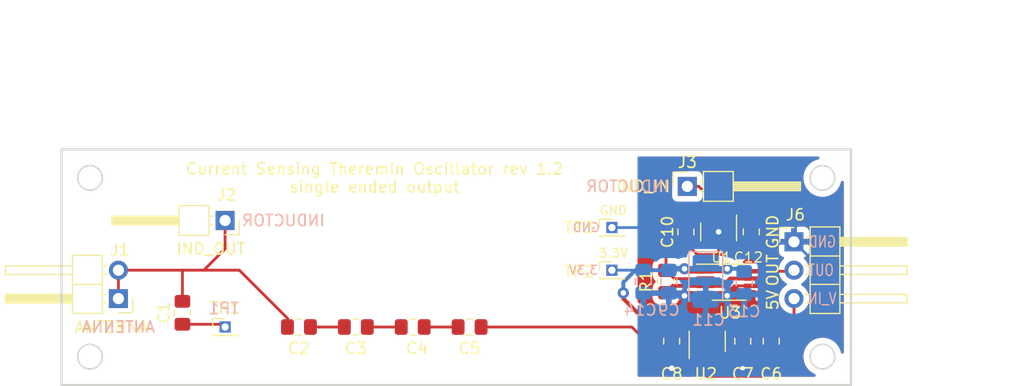
<source format=kicad_pcb>
(kicad_pcb (version 20171130) (host pcbnew "(5.1.7)-1")

  (general
    (thickness 1.6)
    (drawings 28)
    (tracks 139)
    (zones 0)
    (modules 25)
    (nets 16)
  )

  (page A4)
  (title_block
    (title "Current Sensing Theremin Oscillator")
    (date 2020-10-23)
    (rev v1.2)
    (comment 1 "For Digital Theremin Project")
    (comment 2 "(c) Vadim Lopatin 2020")
  )

  (layers
    (0 F.Cu signal)
    (31 B.Cu signal)
    (32 B.Adhes user)
    (33 F.Adhes user)
    (34 B.Paste user)
    (35 F.Paste user)
    (36 B.SilkS user)
    (37 F.SilkS user)
    (38 B.Mask user)
    (39 F.Mask user)
    (40 Dwgs.User user)
    (41 Cmts.User user)
    (42 Eco1.User user)
    (43 Eco2.User user)
    (44 Edge.Cuts user)
    (45 Margin user)
    (46 B.CrtYd user)
    (47 F.CrtYd user)
    (48 B.Fab user hide)
    (49 F.Fab user hide)
  )

  (setup
    (last_trace_width 0.25)
    (trace_clearance 0.2)
    (zone_clearance 0.508)
    (zone_45_only no)
    (trace_min 0.2)
    (via_size 0.8)
    (via_drill 0.4)
    (via_min_size 0.4)
    (via_min_drill 0.3)
    (uvia_size 0.3)
    (uvia_drill 0.1)
    (uvias_allowed no)
    (uvia_min_size 0.2)
    (uvia_min_drill 0.1)
    (edge_width 0.15)
    (segment_width 0.2)
    (pcb_text_width 0.3)
    (pcb_text_size 1.5 1.5)
    (mod_edge_width 0.15)
    (mod_text_size 1 1)
    (mod_text_width 0.15)
    (pad_size 1.524 1.524)
    (pad_drill 0.762)
    (pad_to_mask_clearance 0.051)
    (solder_mask_min_width 0.25)
    (aux_axis_origin 0 0)
    (visible_elements 7FFFFFFF)
    (pcbplotparams
      (layerselection 0x010fc_ffffffff)
      (usegerberextensions true)
      (usegerberattributes false)
      (usegerberadvancedattributes false)
      (creategerberjobfile false)
      (excludeedgelayer true)
      (linewidth 0.100000)
      (plotframeref false)
      (viasonmask false)
      (mode 1)
      (useauxorigin false)
      (hpglpennumber 1)
      (hpglpenspeed 20)
      (hpglpendiameter 15.000000)
      (psnegative false)
      (psa4output false)
      (plotreference true)
      (plotvalue true)
      (plotinvisibletext false)
      (padsonsilk false)
      (subtractmaskfromsilk false)
      (outputformat 1)
      (mirror false)
      (drillshape 0)
      (scaleselection 1)
      (outputdirectory "gerber/"))
  )

  (net 0 "")
  (net 1 GND)
  (net 2 "Net-(C4-Pad2)")
  (net 3 "Net-(C1-Pad2)")
  (net 4 "Net-(C1-Pad1)")
  (net 5 "Net-(C2-Pad2)")
  (net 6 "Net-(C3-Pad2)")
  (net 7 /5V)
  (net 8 /3V3_A)
  (net 9 "Net-(U1-Pad4)")
  (net 10 "Net-(C7-Pad1)")
  (net 11 /OUT_P)
  (net 12 "Net-(R1-Pad1)")
  (net 13 "Net-(U1-Pad6)")
  (net 14 "Net-(J3-Pad1)")
  (net 15 "Net-(U1-Pad1)")

  (net_class Default "This is the default net class."
    (clearance 0.2)
    (trace_width 0.25)
    (via_dia 0.8)
    (via_drill 0.4)
    (uvia_dia 0.3)
    (uvia_drill 0.1)
    (add_net /3V3_A)
    (add_net /5V)
    (add_net /OUT_P)
    (add_net GND)
    (add_net "Net-(C1-Pad1)")
    (add_net "Net-(C1-Pad2)")
    (add_net "Net-(C2-Pad2)")
    (add_net "Net-(C3-Pad2)")
    (add_net "Net-(C4-Pad2)")
    (add_net "Net-(C7-Pad1)")
    (add_net "Net-(J3-Pad1)")
    (add_net "Net-(R1-Pad1)")
    (add_net "Net-(U1-Pad1)")
    (add_net "Net-(U1-Pad4)")
    (add_net "Net-(U1-Pad6)")
  )

  (module Connector_PinHeader_1.27mm:PinHeader_1x01_P1.27mm_Vertical (layer F.Cu) (tedit 59FED6E3) (tstamp 5F93E6DF)
    (at 130.429 100.965)
    (descr "Through hole straight pin header, 1x01, 1.27mm pitch, single row")
    (tags "Through hole pin header THT 1x01 1.27mm single row")
    (path /5F98A61F)
    (fp_text reference TP3 (at -2.921 0) (layer F.SilkS)
      (effects (font (size 1 1) (thickness 0.15)))
    )
    (fp_text value GND (at 0 1.695) (layer F.Fab)
      (effects (font (size 1 1) (thickness 0.15)))
    )
    (fp_text user %R (at 0 0 90) (layer F.Fab)
      (effects (font (size 1 1) (thickness 0.15)))
    )
    (fp_line (start -0.525 -0.635) (end 1.05 -0.635) (layer F.Fab) (width 0.1))
    (fp_line (start 1.05 -0.635) (end 1.05 0.635) (layer F.Fab) (width 0.1))
    (fp_line (start 1.05 0.635) (end -1.05 0.635) (layer F.Fab) (width 0.1))
    (fp_line (start -1.05 0.635) (end -1.05 -0.11) (layer F.Fab) (width 0.1))
    (fp_line (start -1.05 -0.11) (end -0.525 -0.635) (layer F.Fab) (width 0.1))
    (fp_line (start -1.11 0.76) (end 1.11 0.76) (layer F.SilkS) (width 0.12))
    (fp_line (start -1.11 0.76) (end -1.11 0.695) (layer F.SilkS) (width 0.12))
    (fp_line (start 1.11 0.76) (end 1.11 0.695) (layer F.SilkS) (width 0.12))
    (fp_line (start -1.11 0.76) (end -0.563471 0.76) (layer F.SilkS) (width 0.12))
    (fp_line (start 0.563471 0.76) (end 1.11 0.76) (layer F.SilkS) (width 0.12))
    (fp_line (start -1.11 0) (end -1.11 -0.76) (layer F.SilkS) (width 0.12))
    (fp_line (start -1.11 -0.76) (end 0 -0.76) (layer F.SilkS) (width 0.12))
    (fp_line (start -1.55 -1.15) (end -1.55 1.15) (layer F.CrtYd) (width 0.05))
    (fp_line (start -1.55 1.15) (end 1.55 1.15) (layer F.CrtYd) (width 0.05))
    (fp_line (start 1.55 1.15) (end 1.55 -1.15) (layer F.CrtYd) (width 0.05))
    (fp_line (start 1.55 -1.15) (end -1.55 -1.15) (layer F.CrtYd) (width 0.05))
    (pad 1 thru_hole rect (at 0 0) (size 1 1) (drill 0.65) (layers *.Cu *.Mask)
      (net 1 GND))
    (model ${KISYS3DMOD}/Connector_PinHeader_1.27mm.3dshapes/PinHeader_1x01_P1.27mm_Vertical.wrl
      (at (xyz 0 0 0))
      (scale (xyz 1 1 1))
      (rotate (xyz 0 0 0))
    )
  )

  (module Connector_PinHeader_1.27mm:PinHeader_1x01_P1.27mm_Vertical (layer F.Cu) (tedit 59FED6E3) (tstamp 5F93DCE9)
    (at 130.429 104.775)
    (descr "Through hole straight pin header, 1x01, 1.27mm pitch, single row")
    (tags "Through hole pin header THT 1x01 1.27mm single row")
    (path /5F984E2F)
    (fp_text reference TP2 (at -2.921 0.127) (layer F.SilkS)
      (effects (font (size 1 1) (thickness 0.15)))
    )
    (fp_text value +3.3V (at 0 1.695) (layer F.Fab)
      (effects (font (size 1 1) (thickness 0.15)))
    )
    (fp_text user %R (at 0 0 90) (layer F.Fab)
      (effects (font (size 1 1) (thickness 0.15)))
    )
    (fp_line (start -0.525 -0.635) (end 1.05 -0.635) (layer F.Fab) (width 0.1))
    (fp_line (start 1.05 -0.635) (end 1.05 0.635) (layer F.Fab) (width 0.1))
    (fp_line (start 1.05 0.635) (end -1.05 0.635) (layer F.Fab) (width 0.1))
    (fp_line (start -1.05 0.635) (end -1.05 -0.11) (layer F.Fab) (width 0.1))
    (fp_line (start -1.05 -0.11) (end -0.525 -0.635) (layer F.Fab) (width 0.1))
    (fp_line (start -1.11 0.76) (end 1.11 0.76) (layer F.SilkS) (width 0.12))
    (fp_line (start -1.11 0.76) (end -1.11 0.695) (layer F.SilkS) (width 0.12))
    (fp_line (start 1.11 0.76) (end 1.11 0.695) (layer F.SilkS) (width 0.12))
    (fp_line (start -1.11 0.76) (end -0.563471 0.76) (layer F.SilkS) (width 0.12))
    (fp_line (start 0.563471 0.76) (end 1.11 0.76) (layer F.SilkS) (width 0.12))
    (fp_line (start -1.11 0) (end -1.11 -0.76) (layer F.SilkS) (width 0.12))
    (fp_line (start -1.11 -0.76) (end 0 -0.76) (layer F.SilkS) (width 0.12))
    (fp_line (start -1.55 -1.15) (end -1.55 1.15) (layer F.CrtYd) (width 0.05))
    (fp_line (start -1.55 1.15) (end 1.55 1.15) (layer F.CrtYd) (width 0.05))
    (fp_line (start 1.55 1.15) (end 1.55 -1.15) (layer F.CrtYd) (width 0.05))
    (fp_line (start 1.55 -1.15) (end -1.55 -1.15) (layer F.CrtYd) (width 0.05))
    (pad 1 thru_hole rect (at 0 0) (size 1 1) (drill 0.65) (layers *.Cu *.Mask)
      (net 8 /3V3_A))
    (model ${KISYS3DMOD}/Connector_PinHeader_1.27mm.3dshapes/PinHeader_1x01_P1.27mm_Vertical.wrl
      (at (xyz 0 0 0))
      (scale (xyz 1 1 1))
      (rotate (xyz 0 0 0))
    )
  )

  (module Capacitor_SMD:C_0805_2012Metric_Pad1.15x1.40mm_HandSolder (layer B.Cu) (tedit 5B36C52B) (tstamp 5F93C9A8)
    (at 133.223 105.8 270)
    (descr "Capacitor SMD 0805 (2012 Metric), square (rectangular) end terminal, IPC_7351 nominal with elongated pad for handsoldering. (Body size source: https://docs.google.com/spreadsheets/d/1BsfQQcO9C6DZCsRaXUlFlo91Tg2WpOkGARC1WS5S8t0/edit?usp=sharing), generated with kicad-footprint-generator")
    (tags "capacitor handsolder")
    (path /5F95DA73)
    (attr smd)
    (fp_text reference C14 (at 2.531 0.254 180) (layer B.SilkS)
      (effects (font (size 1 1) (thickness 0.15)) (justify mirror))
    )
    (fp_text value 1nF (at 0 -1.65 90) (layer B.Fab)
      (effects (font (size 1 1) (thickness 0.15)) (justify mirror))
    )
    (fp_text user %R (at 0 0 90) (layer B.Fab)
      (effects (font (size 0.5 0.5) (thickness 0.08)) (justify mirror))
    )
    (fp_line (start -1 -0.6) (end -1 0.6) (layer B.Fab) (width 0.1))
    (fp_line (start -1 0.6) (end 1 0.6) (layer B.Fab) (width 0.1))
    (fp_line (start 1 0.6) (end 1 -0.6) (layer B.Fab) (width 0.1))
    (fp_line (start 1 -0.6) (end -1 -0.6) (layer B.Fab) (width 0.1))
    (fp_line (start -0.261252 0.71) (end 0.261252 0.71) (layer B.SilkS) (width 0.12))
    (fp_line (start -0.261252 -0.71) (end 0.261252 -0.71) (layer B.SilkS) (width 0.12))
    (fp_line (start -1.85 -0.95) (end -1.85 0.95) (layer B.CrtYd) (width 0.05))
    (fp_line (start -1.85 0.95) (end 1.85 0.95) (layer B.CrtYd) (width 0.05))
    (fp_line (start 1.85 0.95) (end 1.85 -0.95) (layer B.CrtYd) (width 0.05))
    (fp_line (start 1.85 -0.95) (end -1.85 -0.95) (layer B.CrtYd) (width 0.05))
    (pad 2 smd roundrect (at 1.025 0 270) (size 1.15 1.4) (layers B.Cu B.Paste B.Mask) (roundrect_rratio 0.2173904347826087)
      (net 1 GND))
    (pad 1 smd roundrect (at -1.025 0 270) (size 1.15 1.4) (layers B.Cu B.Paste B.Mask) (roundrect_rratio 0.2173904347826087)
      (net 8 /3V3_A))
    (model ${KISYS3DMOD}/Capacitor_SMD.3dshapes/C_0805_2012Metric.wrl
      (at (xyz 0 0 0))
      (scale (xyz 1 1 1))
      (rotate (xyz 0 0 0))
    )
  )

  (module Capacitor_SMD:C_0805_2012Metric_Pad1.15x1.40mm_HandSolder (layer B.Cu) (tedit 5B36C52B) (tstamp 5F93C997)
    (at 142.24 105.918 270)
    (descr "Capacitor SMD 0805 (2012 Metric), square (rectangular) end terminal, IPC_7351 nominal with elongated pad for handsoldering. (Body size source: https://docs.google.com/spreadsheets/d/1BsfQQcO9C6DZCsRaXUlFlo91Tg2WpOkGARC1WS5S8t0/edit?usp=sharing), generated with kicad-footprint-generator")
    (tags "capacitor handsolder")
    (path /5F95A9E4)
    (attr smd)
    (fp_text reference C13 (at 2.54 0 180) (layer B.SilkS)
      (effects (font (size 1 1) (thickness 0.15)) (justify mirror))
    )
    (fp_text value 10nF (at 0 -1.65 90) (layer B.Fab)
      (effects (font (size 1 1) (thickness 0.15)) (justify mirror))
    )
    (fp_text user %R (at 0 0 90) (layer B.Fab)
      (effects (font (size 0.5 0.5) (thickness 0.08)) (justify mirror))
    )
    (fp_line (start -1 -0.6) (end -1 0.6) (layer B.Fab) (width 0.1))
    (fp_line (start -1 0.6) (end 1 0.6) (layer B.Fab) (width 0.1))
    (fp_line (start 1 0.6) (end 1 -0.6) (layer B.Fab) (width 0.1))
    (fp_line (start 1 -0.6) (end -1 -0.6) (layer B.Fab) (width 0.1))
    (fp_line (start -0.261252 0.71) (end 0.261252 0.71) (layer B.SilkS) (width 0.12))
    (fp_line (start -0.261252 -0.71) (end 0.261252 -0.71) (layer B.SilkS) (width 0.12))
    (fp_line (start -1.85 -0.95) (end -1.85 0.95) (layer B.CrtYd) (width 0.05))
    (fp_line (start -1.85 0.95) (end 1.85 0.95) (layer B.CrtYd) (width 0.05))
    (fp_line (start 1.85 0.95) (end 1.85 -0.95) (layer B.CrtYd) (width 0.05))
    (fp_line (start 1.85 -0.95) (end -1.85 -0.95) (layer B.CrtYd) (width 0.05))
    (pad 2 smd roundrect (at 1.025 0 270) (size 1.15 1.4) (layers B.Cu B.Paste B.Mask) (roundrect_rratio 0.2173904347826087)
      (net 1 GND))
    (pad 1 smd roundrect (at -1.025 0 270) (size 1.15 1.4) (layers B.Cu B.Paste B.Mask) (roundrect_rratio 0.2173904347826087)
      (net 8 /3V3_A))
    (model ${KISYS3DMOD}/Capacitor_SMD.3dshapes/C_0805_2012Metric.wrl
      (at (xyz 0 0 0))
      (scale (xyz 1 1 1))
      (rotate (xyz 0 0 0))
    )
  )

  (module Connector_PinHeader_2.54mm:PinHeader_1x03_P2.54mm_Horizontal (layer F.Cu) (tedit 59FED5CB) (tstamp 5F932D28)
    (at 146.685 102.235)
    (descr "Through hole angled pin header, 1x03, 2.54mm pitch, 6mm pin length, single row")
    (tags "Through hole angled pin header THT 1x03 2.54mm single row")
    (path /5E5208E1)
    (fp_text reference J6 (at 0.127 -2.413) (layer F.SilkS)
      (effects (font (size 1 1) (thickness 0.15)))
    )
    (fp_text value OSC (at 4.385 7.35) (layer F.Fab)
      (effects (font (size 1 1) (thickness 0.15)))
    )
    (fp_line (start 10.55 -1.8) (end -1.8 -1.8) (layer F.CrtYd) (width 0.05))
    (fp_line (start 10.55 6.85) (end 10.55 -1.8) (layer F.CrtYd) (width 0.05))
    (fp_line (start -1.8 6.85) (end 10.55 6.85) (layer F.CrtYd) (width 0.05))
    (fp_line (start -1.8 -1.8) (end -1.8 6.85) (layer F.CrtYd) (width 0.05))
    (fp_line (start -1.27 -1.27) (end 0 -1.27) (layer F.SilkS) (width 0.12))
    (fp_line (start -1.27 0) (end -1.27 -1.27) (layer F.SilkS) (width 0.12))
    (fp_line (start 1.042929 5.46) (end 1.44 5.46) (layer F.SilkS) (width 0.12))
    (fp_line (start 1.042929 4.7) (end 1.44 4.7) (layer F.SilkS) (width 0.12))
    (fp_line (start 10.1 5.46) (end 4.1 5.46) (layer F.SilkS) (width 0.12))
    (fp_line (start 10.1 4.7) (end 10.1 5.46) (layer F.SilkS) (width 0.12))
    (fp_line (start 4.1 4.7) (end 10.1 4.7) (layer F.SilkS) (width 0.12))
    (fp_line (start 1.44 3.81) (end 4.1 3.81) (layer F.SilkS) (width 0.12))
    (fp_line (start 1.042929 2.92) (end 1.44 2.92) (layer F.SilkS) (width 0.12))
    (fp_line (start 1.042929 2.16) (end 1.44 2.16) (layer F.SilkS) (width 0.12))
    (fp_line (start 10.1 2.92) (end 4.1 2.92) (layer F.SilkS) (width 0.12))
    (fp_line (start 10.1 2.16) (end 10.1 2.92) (layer F.SilkS) (width 0.12))
    (fp_line (start 4.1 2.16) (end 10.1 2.16) (layer F.SilkS) (width 0.12))
    (fp_line (start 1.44 1.27) (end 4.1 1.27) (layer F.SilkS) (width 0.12))
    (fp_line (start 1.11 0.38) (end 1.44 0.38) (layer F.SilkS) (width 0.12))
    (fp_line (start 1.11 -0.38) (end 1.44 -0.38) (layer F.SilkS) (width 0.12))
    (fp_line (start 4.1 0.28) (end 10.1 0.28) (layer F.SilkS) (width 0.12))
    (fp_line (start 4.1 0.16) (end 10.1 0.16) (layer F.SilkS) (width 0.12))
    (fp_line (start 4.1 0.04) (end 10.1 0.04) (layer F.SilkS) (width 0.12))
    (fp_line (start 4.1 -0.08) (end 10.1 -0.08) (layer F.SilkS) (width 0.12))
    (fp_line (start 4.1 -0.2) (end 10.1 -0.2) (layer F.SilkS) (width 0.12))
    (fp_line (start 4.1 -0.32) (end 10.1 -0.32) (layer F.SilkS) (width 0.12))
    (fp_line (start 10.1 0.38) (end 4.1 0.38) (layer F.SilkS) (width 0.12))
    (fp_line (start 10.1 -0.38) (end 10.1 0.38) (layer F.SilkS) (width 0.12))
    (fp_line (start 4.1 -0.38) (end 10.1 -0.38) (layer F.SilkS) (width 0.12))
    (fp_line (start 4.1 -1.33) (end 1.44 -1.33) (layer F.SilkS) (width 0.12))
    (fp_line (start 4.1 6.41) (end 4.1 -1.33) (layer F.SilkS) (width 0.12))
    (fp_line (start 1.44 6.41) (end 4.1 6.41) (layer F.SilkS) (width 0.12))
    (fp_line (start 1.44 -1.33) (end 1.44 6.41) (layer F.SilkS) (width 0.12))
    (fp_line (start 4.04 5.4) (end 10.04 5.4) (layer F.Fab) (width 0.1))
    (fp_line (start 10.04 4.76) (end 10.04 5.4) (layer F.Fab) (width 0.1))
    (fp_line (start 4.04 4.76) (end 10.04 4.76) (layer F.Fab) (width 0.1))
    (fp_line (start -0.32 5.4) (end 1.5 5.4) (layer F.Fab) (width 0.1))
    (fp_line (start -0.32 4.76) (end -0.32 5.4) (layer F.Fab) (width 0.1))
    (fp_line (start -0.32 4.76) (end 1.5 4.76) (layer F.Fab) (width 0.1))
    (fp_line (start 4.04 2.86) (end 10.04 2.86) (layer F.Fab) (width 0.1))
    (fp_line (start 10.04 2.22) (end 10.04 2.86) (layer F.Fab) (width 0.1))
    (fp_line (start 4.04 2.22) (end 10.04 2.22) (layer F.Fab) (width 0.1))
    (fp_line (start -0.32 2.86) (end 1.5 2.86) (layer F.Fab) (width 0.1))
    (fp_line (start -0.32 2.22) (end -0.32 2.86) (layer F.Fab) (width 0.1))
    (fp_line (start -0.32 2.22) (end 1.5 2.22) (layer F.Fab) (width 0.1))
    (fp_line (start 4.04 0.32) (end 10.04 0.32) (layer F.Fab) (width 0.1))
    (fp_line (start 10.04 -0.32) (end 10.04 0.32) (layer F.Fab) (width 0.1))
    (fp_line (start 4.04 -0.32) (end 10.04 -0.32) (layer F.Fab) (width 0.1))
    (fp_line (start -0.32 0.32) (end 1.5 0.32) (layer F.Fab) (width 0.1))
    (fp_line (start -0.32 -0.32) (end -0.32 0.32) (layer F.Fab) (width 0.1))
    (fp_line (start -0.32 -0.32) (end 1.5 -0.32) (layer F.Fab) (width 0.1))
    (fp_line (start 1.5 -0.635) (end 2.135 -1.27) (layer F.Fab) (width 0.1))
    (fp_line (start 1.5 6.35) (end 1.5 -0.635) (layer F.Fab) (width 0.1))
    (fp_line (start 4.04 6.35) (end 1.5 6.35) (layer F.Fab) (width 0.1))
    (fp_line (start 4.04 -1.27) (end 4.04 6.35) (layer F.Fab) (width 0.1))
    (fp_line (start 2.135 -1.27) (end 4.04 -1.27) (layer F.Fab) (width 0.1))
    (fp_text user %R (at 2.77 2.54 90) (layer F.Fab)
      (effects (font (size 1 1) (thickness 0.15)))
    )
    (pad 3 thru_hole oval (at 0 5.08) (size 1.7 1.7) (drill 1) (layers *.Cu *.Mask)
      (net 7 /5V))
    (pad 2 thru_hole oval (at 0 2.54) (size 1.7 1.7) (drill 1) (layers *.Cu *.Mask)
      (net 11 /OUT_P))
    (pad 1 thru_hole rect (at 0 0) (size 1.7 1.7) (drill 1) (layers *.Cu *.Mask)
      (net 1 GND))
    (model ${KISYS3DMOD}/Connector_PinHeader_2.54mm.3dshapes/PinHeader_1x03_P2.54mm_Horizontal.wrl
      (at (xyz 0 0 0))
      (scale (xyz 1 1 1))
      (rotate (xyz 0 0 0))
    )
  )

  (module Package_SO:MSOP-8_3x3mm_P0.65mm (layer F.Cu) (tedit 5E509FDD) (tstamp 5F92DB98)
    (at 140.8895 105.847)
    (descr "MSOP, 8 Pin (https://www.jedec.org/system/files/docs/mo-187F.pdf variant AA), generated with kicad-footprint-generator ipc_gullwing_generator.py")
    (tags "MSOP SO")
    (path /5F930D29)
    (attr smd)
    (fp_text reference U3 (at 0.0805 2.738) (layer F.SilkS)
      (effects (font (size 1 1) (thickness 0.15)))
    )
    (fp_text value LT1711xMS8 (at 0 2.45) (layer F.Fab)
      (effects (font (size 1 1) (thickness 0.15)))
    )
    (fp_line (start 0 1.61) (end 1.5 1.61) (layer F.SilkS) (width 0.12))
    (fp_line (start 0 1.61) (end -1.5 1.61) (layer F.SilkS) (width 0.12))
    (fp_line (start 0 -1.61) (end 1.5 -1.61) (layer F.SilkS) (width 0.12))
    (fp_line (start 0 -1.61) (end -2.925 -1.61) (layer F.SilkS) (width 0.12))
    (fp_line (start -0.75 -1.5) (end 1.5 -1.5) (layer F.Fab) (width 0.1))
    (fp_line (start 1.5 -1.5) (end 1.5 1.5) (layer F.Fab) (width 0.1))
    (fp_line (start 1.5 1.5) (end -1.5 1.5) (layer F.Fab) (width 0.1))
    (fp_line (start -1.5 1.5) (end -1.5 -0.75) (layer F.Fab) (width 0.1))
    (fp_line (start -1.5 -0.75) (end -0.75 -1.5) (layer F.Fab) (width 0.1))
    (fp_line (start -3.18 -1.75) (end -3.18 1.75) (layer F.CrtYd) (width 0.05))
    (fp_line (start -3.18 1.75) (end 3.18 1.75) (layer F.CrtYd) (width 0.05))
    (fp_line (start 3.18 1.75) (end 3.18 -1.75) (layer F.CrtYd) (width 0.05))
    (fp_line (start 3.18 -1.75) (end -3.18 -1.75) (layer F.CrtYd) (width 0.05))
    (fp_text user %R (at 0 0) (layer F.Fab)
      (effects (font (size 0.75 0.75) (thickness 0.11)))
    )
    (pad 8 smd roundrect (at 2.1125 -0.975) (size 1.625 0.4) (layers F.Cu F.Paste F.Mask) (roundrect_rratio 0.25)
      (net 11 /OUT_P))
    (pad 7 smd roundrect (at 2.1125 -0.325) (size 1.625 0.4) (layers F.Cu F.Paste F.Mask) (roundrect_rratio 0.25)
      (net 12 "Net-(R1-Pad1)"))
    (pad 6 smd roundrect (at 2.1125 0.325) (size 1.625 0.4) (layers F.Cu F.Paste F.Mask) (roundrect_rratio 0.25)
      (net 1 GND))
    (pad 5 smd roundrect (at 2.1125 0.975) (size 1.625 0.4) (layers F.Cu F.Paste F.Mask) (roundrect_rratio 0.25)
      (net 1 GND))
    (pad 4 smd roundrect (at -2.1125 0.975) (size 1.625 0.4) (layers F.Cu F.Paste F.Mask) (roundrect_rratio 0.25)
      (net 1 GND))
    (pad 3 smd roundrect (at -2.1125 0.325) (size 1.625 0.4) (layers F.Cu F.Paste F.Mask) (roundrect_rratio 0.25)
      (net 12 "Net-(R1-Pad1)"))
    (pad 2 smd roundrect (at -2.1125 -0.325) (size 1.625 0.4) (layers F.Cu F.Paste F.Mask) (roundrect_rratio 0.25)
      (net 14 "Net-(J3-Pad1)"))
    (pad 1 smd roundrect (at -2.1125 -0.975) (size 1.625 0.4) (layers F.Cu F.Paste F.Mask) (roundrect_rratio 0.25)
      (net 8 /3V3_A))
    (model ${KISYS3DMOD}/Package_SO.3dshapes/MSOP-8_3x3mm_P0.65mm.wrl
      (at (xyz 0 0 0))
      (scale (xyz 1 1 1))
      (rotate (xyz 0 0 0))
    )
  )

  (module Package_TO_SOT_SMD:SOT-23-5 (layer F.Cu) (tedit 5A02FF57) (tstamp 5F92DB7E)
    (at 138.938 111.125 90)
    (descr "5-pin SOT23 package")
    (tags SOT-23-5)
    (path /5F6A75CD)
    (attr smd)
    (fp_text reference U2 (at -2.921 -0.127 180) (layer F.SilkS)
      (effects (font (size 1 1) (thickness 0.15)))
    )
    (fp_text value LD3985M33R_SOT23 (at 0 2.9 90) (layer F.Fab)
      (effects (font (size 1 1) (thickness 0.15)))
    )
    (fp_line (start -0.9 1.61) (end 0.9 1.61) (layer F.SilkS) (width 0.12))
    (fp_line (start 0.9 -1.61) (end -1.55 -1.61) (layer F.SilkS) (width 0.12))
    (fp_line (start -1.9 -1.8) (end 1.9 -1.8) (layer F.CrtYd) (width 0.05))
    (fp_line (start 1.9 -1.8) (end 1.9 1.8) (layer F.CrtYd) (width 0.05))
    (fp_line (start 1.9 1.8) (end -1.9 1.8) (layer F.CrtYd) (width 0.05))
    (fp_line (start -1.9 1.8) (end -1.9 -1.8) (layer F.CrtYd) (width 0.05))
    (fp_line (start -0.9 -0.9) (end -0.25 -1.55) (layer F.Fab) (width 0.1))
    (fp_line (start 0.9 -1.55) (end -0.25 -1.55) (layer F.Fab) (width 0.1))
    (fp_line (start -0.9 -0.9) (end -0.9 1.55) (layer F.Fab) (width 0.1))
    (fp_line (start 0.9 1.55) (end -0.9 1.55) (layer F.Fab) (width 0.1))
    (fp_line (start 0.9 -1.55) (end 0.9 1.55) (layer F.Fab) (width 0.1))
    (fp_text user %R (at 0 0) (layer F.Fab)
      (effects (font (size 0.5 0.5) (thickness 0.075)))
    )
    (pad 5 smd rect (at 1.1 -0.95 90) (size 1.06 0.65) (layers F.Cu F.Paste F.Mask)
      (net 8 /3V3_A))
    (pad 4 smd rect (at 1.1 0.95 90) (size 1.06 0.65) (layers F.Cu F.Paste F.Mask)
      (net 10 "Net-(C7-Pad1)"))
    (pad 3 smd rect (at -1.1 0.95 90) (size 1.06 0.65) (layers F.Cu F.Paste F.Mask)
      (net 7 /5V))
    (pad 2 smd rect (at -1.1 0 90) (size 1.06 0.65) (layers F.Cu F.Paste F.Mask)
      (net 1 GND))
    (pad 1 smd rect (at -1.1 -0.95 90) (size 1.06 0.65) (layers F.Cu F.Paste F.Mask)
      (net 7 /5V))
    (model ${KISYS3DMOD}/Package_TO_SOT_SMD.3dshapes/SOT-23-5.wrl
      (at (xyz 0 0 0))
      (scale (xyz 1 1 1))
      (rotate (xyz 0 0 0))
    )
  )

  (module Package_SO:TSOP-6_1.65x3.05mm_P0.95mm (layer F.Cu) (tedit 5A02F25C) (tstamp 5F92DB69)
    (at 139.954 101.346 270)
    (descr "TSOP-6 package (comparable to TSOT-23), https://www.vishay.com/docs/71200/71200.pdf")
    (tags "Jedec MO-193C TSOP-6L")
    (path /5DF1ED71)
    (attr smd)
    (fp_text reference U1 (at 2.286 -0.254 180) (layer F.SilkS)
      (effects (font (size 0.9 0.9) (thickness 0.12)))
    )
    (fp_text value 4220CZ6 (at 0 2.5 90) (layer F.Fab)
      (effects (font (size 1 1) (thickness 0.15)))
    )
    (fp_line (start -0.8 1.6) (end 0.8 1.6) (layer F.SilkS) (width 0.12))
    (fp_line (start 0.8 -1.6) (end -1.5 -1.6) (layer F.SilkS) (width 0.12))
    (fp_line (start -0.825 -1.1) (end -0.425 -1.525) (layer F.Fab) (width 0.1))
    (fp_line (start 0.825 -1.525) (end -0.425 -1.525) (layer F.Fab) (width 0.1))
    (fp_line (start -0.825 -1.1) (end -0.825 1.525) (layer F.Fab) (width 0.1))
    (fp_line (start 0.825 1.525) (end -0.825 1.525) (layer F.Fab) (width 0.1))
    (fp_line (start 0.825 -1.525) (end 0.825 1.525) (layer F.Fab) (width 0.1))
    (fp_line (start -1.76 -1.78) (end 1.76 -1.78) (layer F.CrtYd) (width 0.05))
    (fp_line (start -1.76 -1.78) (end -1.76 1.77) (layer F.CrtYd) (width 0.05))
    (fp_line (start 1.76 1.77) (end 1.76 -1.78) (layer F.CrtYd) (width 0.05))
    (fp_line (start 1.76 1.77) (end -1.76 1.77) (layer F.CrtYd) (width 0.05))
    (fp_text user %R (at 0 0) (layer F.Fab)
      (effects (font (size 0.5 0.5) (thickness 0.075)))
    )
    (pad 6 smd rect (at 1.16 -0.95 270) (size 0.7 0.51) (layers F.Cu F.Paste F.Mask)
      (net 13 "Net-(U1-Pad6)"))
    (pad 5 smd rect (at 1.16 0 270) (size 0.7 0.51) (layers F.Cu F.Paste F.Mask)
      (net 8 /3V3_A))
    (pad 4 smd rect (at 1.16 0.95 270) (size 0.7 0.51) (layers F.Cu F.Paste F.Mask)
      (net 9 "Net-(U1-Pad4)"))
    (pad 3 smd rect (at -1.16 0.95 270) (size 0.7 0.51) (layers F.Cu F.Paste F.Mask)
      (net 14 "Net-(J3-Pad1)"))
    (pad 2 smd rect (at -1.16 0 270) (size 0.7 0.51) (layers F.Cu F.Paste F.Mask)
      (net 1 GND))
    (pad 1 smd rect (at -1.16 -0.95 270) (size 0.7 0.51) (layers F.Cu F.Paste F.Mask)
      (net 15 "Net-(U1-Pad1)"))
    (model ${KISYS3DMOD}/Package_SO.3dshapes/TSOP-6_1.65x3.05mm_P0.95mm.wrl
      (at (xyz 0 0 0))
      (scale (xyz 1 1 1))
      (rotate (xyz 0 0 0))
    )
  )

  (module Connector_PinHeader_1.27mm:PinHeader_1x01_P1.27mm_Vertical (layer F.Cu) (tedit 59FED6E3) (tstamp 5F92DB27)
    (at 95.885 109.855)
    (descr "Through hole straight pin header, 1x01, 1.27mm pitch, single row")
    (tags "Through hole pin header THT 1x01 1.27mm single row")
    (path /5F95FFE3)
    (fp_text reference TP1 (at 0 -1.695) (layer F.SilkS)
      (effects (font (size 1 1) (thickness 0.15)))
    )
    (fp_text value "Antenna Voltage Swing" (at 0 1.695) (layer F.Fab)
      (effects (font (size 1 1) (thickness 0.15)))
    )
    (fp_line (start -0.525 -0.635) (end 1.05 -0.635) (layer F.Fab) (width 0.1))
    (fp_line (start 1.05 -0.635) (end 1.05 0.635) (layer F.Fab) (width 0.1))
    (fp_line (start 1.05 0.635) (end -1.05 0.635) (layer F.Fab) (width 0.1))
    (fp_line (start -1.05 0.635) (end -1.05 -0.11) (layer F.Fab) (width 0.1))
    (fp_line (start -1.05 -0.11) (end -0.525 -0.635) (layer F.Fab) (width 0.1))
    (fp_line (start -1.11 0.76) (end 1.11 0.76) (layer F.SilkS) (width 0.12))
    (fp_line (start -1.11 0.76) (end -1.11 0.695) (layer F.SilkS) (width 0.12))
    (fp_line (start 1.11 0.76) (end 1.11 0.695) (layer F.SilkS) (width 0.12))
    (fp_line (start -1.11 0.76) (end -0.563471 0.76) (layer F.SilkS) (width 0.12))
    (fp_line (start 0.563471 0.76) (end 1.11 0.76) (layer F.SilkS) (width 0.12))
    (fp_line (start -1.11 0) (end -1.11 -0.76) (layer F.SilkS) (width 0.12))
    (fp_line (start -1.11 -0.76) (end 0 -0.76) (layer F.SilkS) (width 0.12))
    (fp_line (start -1.55 -1.15) (end -1.55 1.15) (layer F.CrtYd) (width 0.05))
    (fp_line (start -1.55 1.15) (end 1.55 1.15) (layer F.CrtYd) (width 0.05))
    (fp_line (start 1.55 1.15) (end 1.55 -1.15) (layer F.CrtYd) (width 0.05))
    (fp_line (start 1.55 -1.15) (end -1.55 -1.15) (layer F.CrtYd) (width 0.05))
    (fp_text user %R (at 0 0 90) (layer F.Fab)
      (effects (font (size 1 1) (thickness 0.15)))
    )
    (pad 1 thru_hole rect (at 0 0) (size 1 1) (drill 0.65) (layers *.Cu *.Mask)
      (net 4 "Net-(C1-Pad1)"))
    (model ${KISYS3DMOD}/Connector_PinHeader_1.27mm.3dshapes/PinHeader_1x01_P1.27mm_Vertical.wrl
      (at (xyz 0 0 0))
      (scale (xyz 1 1 1))
      (rotate (xyz 0 0 0))
    )
  )

  (module Resistor_SMD:R_0805_2012Metric_Pad1.20x1.40mm_HandSolder (layer F.Cu) (tedit 5F68FEEE) (tstamp 5F92DB11)
    (at 135.255 105.791 90)
    (descr "Resistor SMD 0805 (2012 Metric), square (rectangular) end terminal, IPC_7351 nominal with elongated pad for handsoldering. (Body size source: IPC-SM-782 page 72, https://www.pcb-3d.com/wordpress/wp-content/uploads/ipc-sm-782a_amendment_1_and_2.pdf), generated with kicad-footprint-generator")
    (tags "resistor handsolder")
    (path /5F970343)
    (attr smd)
    (fp_text reference R1 (at 0 -1.778 90) (layer F.SilkS)
      (effects (font (size 1 1) (thickness 0.15)))
    )
    (fp_text value 12 (at 0 1.65 90) (layer F.Fab)
      (effects (font (size 1 1) (thickness 0.15)))
    )
    (fp_line (start -1 0.625) (end -1 -0.625) (layer F.Fab) (width 0.1))
    (fp_line (start -1 -0.625) (end 1 -0.625) (layer F.Fab) (width 0.1))
    (fp_line (start 1 -0.625) (end 1 0.625) (layer F.Fab) (width 0.1))
    (fp_line (start 1 0.625) (end -1 0.625) (layer F.Fab) (width 0.1))
    (fp_line (start -0.227064 -0.735) (end 0.227064 -0.735) (layer F.SilkS) (width 0.12))
    (fp_line (start -0.227064 0.735) (end 0.227064 0.735) (layer F.SilkS) (width 0.12))
    (fp_line (start -1.85 0.95) (end -1.85 -0.95) (layer F.CrtYd) (width 0.05))
    (fp_line (start -1.85 -0.95) (end 1.85 -0.95) (layer F.CrtYd) (width 0.05))
    (fp_line (start 1.85 -0.95) (end 1.85 0.95) (layer F.CrtYd) (width 0.05))
    (fp_line (start 1.85 0.95) (end -1.85 0.95) (layer F.CrtYd) (width 0.05))
    (fp_text user %R (at 0 0 90) (layer F.Fab)
      (effects (font (size 0.5 0.5) (thickness 0.08)))
    )
    (pad 2 smd roundrect (at 1 0 90) (size 1.2 1.4) (layers F.Cu F.Paste F.Mask) (roundrect_rratio 0.2083325)
      (net 14 "Net-(J3-Pad1)"))
    (pad 1 smd roundrect (at -1 0 90) (size 1.2 1.4) (layers F.Cu F.Paste F.Mask) (roundrect_rratio 0.2083325)
      (net 12 "Net-(R1-Pad1)"))
    (model ${KISYS3DMOD}/Resistor_SMD.3dshapes/R_0805_2012Metric.wrl
      (at (xyz 0 0 0))
      (scale (xyz 1 1 1))
      (rotate (xyz 0 0 0))
    )
  )

  (module Connector_PinHeader_2.54mm:PinHeader_1x01_P2.54mm_Horizontal (layer F.Cu) (tedit 59FED5CB) (tstamp 5F92DA83)
    (at 137.16 97.282)
    (descr "Through hole angled pin header, 1x01, 2.54mm pitch, 6mm pin length, single row")
    (tags "Through hole angled pin header THT 1x01 2.54mm single row")
    (path /5D9FD8BA)
    (fp_text reference J3 (at 0 -2.159 180) (layer F.SilkS)
      (effects (font (size 1 1) (thickness 0.15)))
    )
    (fp_text value INDUCTOR_IN (at 4.385 2.27) (layer F.Fab)
      (effects (font (size 1 1) (thickness 0.15)))
    )
    (fp_line (start 2.135 -1.27) (end 4.04 -1.27) (layer F.Fab) (width 0.1))
    (fp_line (start 4.04 -1.27) (end 4.04 1.27) (layer F.Fab) (width 0.1))
    (fp_line (start 4.04 1.27) (end 1.5 1.27) (layer F.Fab) (width 0.1))
    (fp_line (start 1.5 1.27) (end 1.5 -0.635) (layer F.Fab) (width 0.1))
    (fp_line (start 1.5 -0.635) (end 2.135 -1.27) (layer F.Fab) (width 0.1))
    (fp_line (start -0.32 -0.32) (end 1.5 -0.32) (layer F.Fab) (width 0.1))
    (fp_line (start -0.32 -0.32) (end -0.32 0.32) (layer F.Fab) (width 0.1))
    (fp_line (start -0.32 0.32) (end 1.5 0.32) (layer F.Fab) (width 0.1))
    (fp_line (start 4.04 -0.32) (end 10.04 -0.32) (layer F.Fab) (width 0.1))
    (fp_line (start 10.04 -0.32) (end 10.04 0.32) (layer F.Fab) (width 0.1))
    (fp_line (start 4.04 0.32) (end 10.04 0.32) (layer F.Fab) (width 0.1))
    (fp_line (start 1.44 -1.33) (end 1.44 1.33) (layer F.SilkS) (width 0.12))
    (fp_line (start 1.44 1.33) (end 4.1 1.33) (layer F.SilkS) (width 0.12))
    (fp_line (start 4.1 1.33) (end 4.1 -1.33) (layer F.SilkS) (width 0.12))
    (fp_line (start 4.1 -1.33) (end 1.44 -1.33) (layer F.SilkS) (width 0.12))
    (fp_line (start 4.1 -0.38) (end 10.1 -0.38) (layer F.SilkS) (width 0.12))
    (fp_line (start 10.1 -0.38) (end 10.1 0.38) (layer F.SilkS) (width 0.12))
    (fp_line (start 10.1 0.38) (end 4.1 0.38) (layer F.SilkS) (width 0.12))
    (fp_line (start 4.1 -0.32) (end 10.1 -0.32) (layer F.SilkS) (width 0.12))
    (fp_line (start 4.1 -0.2) (end 10.1 -0.2) (layer F.SilkS) (width 0.12))
    (fp_line (start 4.1 -0.08) (end 10.1 -0.08) (layer F.SilkS) (width 0.12))
    (fp_line (start 4.1 0.04) (end 10.1 0.04) (layer F.SilkS) (width 0.12))
    (fp_line (start 4.1 0.16) (end 10.1 0.16) (layer F.SilkS) (width 0.12))
    (fp_line (start 4.1 0.28) (end 10.1 0.28) (layer F.SilkS) (width 0.12))
    (fp_line (start 1.11 -0.38) (end 1.44 -0.38) (layer F.SilkS) (width 0.12))
    (fp_line (start 1.11 0.38) (end 1.44 0.38) (layer F.SilkS) (width 0.12))
    (fp_line (start -1.27 0) (end -1.27 -1.27) (layer F.SilkS) (width 0.12))
    (fp_line (start -1.27 -1.27) (end 0 -1.27) (layer F.SilkS) (width 0.12))
    (fp_line (start -1.8 -1.8) (end -1.8 1.8) (layer F.CrtYd) (width 0.05))
    (fp_line (start -1.8 1.8) (end 10.55 1.8) (layer F.CrtYd) (width 0.05))
    (fp_line (start 10.55 1.8) (end 10.55 -1.8) (layer F.CrtYd) (width 0.05))
    (fp_line (start 10.55 -1.8) (end -1.8 -1.8) (layer F.CrtYd) (width 0.05))
    (fp_text user %R (at 2.77 0 90) (layer F.Fab)
      (effects (font (size 1 1) (thickness 0.15)))
    )
    (pad 1 thru_hole rect (at 0 0) (size 1.7 1.7) (drill 1) (layers *.Cu *.Mask)
      (net 14 "Net-(J3-Pad1)"))
    (model ${KISYS3DMOD}/Connector_PinHeader_2.54mm.3dshapes/PinHeader_1x01_P2.54mm_Horizontal.wrl
      (at (xyz 0 0 0))
      (scale (xyz 1 1 1))
      (rotate (xyz 0 0 0))
    )
  )

  (module Connector_PinHeader_2.54mm:PinHeader_1x01_P2.54mm_Horizontal (layer F.Cu) (tedit 59FED5CB) (tstamp 5F92DA5D)
    (at 95.885 100.33 180)
    (descr "Through hole angled pin header, 1x01, 2.54mm pitch, 6mm pin length, single row")
    (tags "Through hole angled pin header THT 1x01 2.54mm single row")
    (path /5D9FD952)
    (fp_text reference J2 (at -0.127 2.286 180) (layer F.SilkS)
      (effects (font (size 1 1) (thickness 0.15)))
    )
    (fp_text value INDUCTOR_OUT (at 4.385 2.27) (layer F.Fab)
      (effects (font (size 1 1) (thickness 0.15)))
    )
    (fp_line (start 2.135 -1.27) (end 4.04 -1.27) (layer F.Fab) (width 0.1))
    (fp_line (start 4.04 -1.27) (end 4.04 1.27) (layer F.Fab) (width 0.1))
    (fp_line (start 4.04 1.27) (end 1.5 1.27) (layer F.Fab) (width 0.1))
    (fp_line (start 1.5 1.27) (end 1.5 -0.635) (layer F.Fab) (width 0.1))
    (fp_line (start 1.5 -0.635) (end 2.135 -1.27) (layer F.Fab) (width 0.1))
    (fp_line (start -0.32 -0.32) (end 1.5 -0.32) (layer F.Fab) (width 0.1))
    (fp_line (start -0.32 -0.32) (end -0.32 0.32) (layer F.Fab) (width 0.1))
    (fp_line (start -0.32 0.32) (end 1.5 0.32) (layer F.Fab) (width 0.1))
    (fp_line (start 4.04 -0.32) (end 10.04 -0.32) (layer F.Fab) (width 0.1))
    (fp_line (start 10.04 -0.32) (end 10.04 0.32) (layer F.Fab) (width 0.1))
    (fp_line (start 4.04 0.32) (end 10.04 0.32) (layer F.Fab) (width 0.1))
    (fp_line (start 1.44 -1.33) (end 1.44 1.33) (layer F.SilkS) (width 0.12))
    (fp_line (start 1.44 1.33) (end 4.1 1.33) (layer F.SilkS) (width 0.12))
    (fp_line (start 4.1 1.33) (end 4.1 -1.33) (layer F.SilkS) (width 0.12))
    (fp_line (start 4.1 -1.33) (end 1.44 -1.33) (layer F.SilkS) (width 0.12))
    (fp_line (start 4.1 -0.38) (end 10.1 -0.38) (layer F.SilkS) (width 0.12))
    (fp_line (start 10.1 -0.38) (end 10.1 0.38) (layer F.SilkS) (width 0.12))
    (fp_line (start 10.1 0.38) (end 4.1 0.38) (layer F.SilkS) (width 0.12))
    (fp_line (start 4.1 -0.32) (end 10.1 -0.32) (layer F.SilkS) (width 0.12))
    (fp_line (start 4.1 -0.2) (end 10.1 -0.2) (layer F.SilkS) (width 0.12))
    (fp_line (start 4.1 -0.08) (end 10.1 -0.08) (layer F.SilkS) (width 0.12))
    (fp_line (start 4.1 0.04) (end 10.1 0.04) (layer F.SilkS) (width 0.12))
    (fp_line (start 4.1 0.16) (end 10.1 0.16) (layer F.SilkS) (width 0.12))
    (fp_line (start 4.1 0.28) (end 10.1 0.28) (layer F.SilkS) (width 0.12))
    (fp_line (start 1.11 -0.38) (end 1.44 -0.38) (layer F.SilkS) (width 0.12))
    (fp_line (start 1.11 0.38) (end 1.44 0.38) (layer F.SilkS) (width 0.12))
    (fp_line (start -1.27 0) (end -1.27 -1.27) (layer F.SilkS) (width 0.12))
    (fp_line (start -1.27 -1.27) (end 0 -1.27) (layer F.SilkS) (width 0.12))
    (fp_line (start -1.8 -1.8) (end -1.8 1.8) (layer F.CrtYd) (width 0.05))
    (fp_line (start -1.8 1.8) (end 10.55 1.8) (layer F.CrtYd) (width 0.05))
    (fp_line (start 10.55 1.8) (end 10.55 -1.8) (layer F.CrtYd) (width 0.05))
    (fp_line (start 10.55 -1.8) (end -1.8 -1.8) (layer F.CrtYd) (width 0.05))
    (fp_text user %R (at 2.77 0 90) (layer F.Fab)
      (effects (font (size 1 1) (thickness 0.15)))
    )
    (pad 1 thru_hole rect (at 0 0 180) (size 1.7 1.7) (drill 1) (layers *.Cu *.Mask)
      (net 3 "Net-(C1-Pad2)"))
    (model ${KISYS3DMOD}/Connector_PinHeader_2.54mm.3dshapes/PinHeader_1x01_P2.54mm_Horizontal.wrl
      (at (xyz 0 0 0))
      (scale (xyz 1 1 1))
      (rotate (xyz 0 0 0))
    )
  )

  (module Connector_PinHeader_2.54mm:PinHeader_1x02_P2.54mm_Horizontal (layer F.Cu) (tedit 59FED5CB) (tstamp 5F92DA37)
    (at 86.36 107.315 180)
    (descr "Through hole angled pin header, 1x02, 2.54mm pitch, 6mm pin length, single row")
    (tags "Through hole angled pin header THT 1x02 2.54mm single row")
    (path /5D9FD990)
    (fp_text reference J1 (at -0.127 4.318 180) (layer F.SilkS)
      (effects (font (size 1 1) (thickness 0.15)))
    )
    (fp_text value ANTENNA (at 4.385 4.81) (layer F.Fab)
      (effects (font (size 1 1) (thickness 0.15)))
    )
    (fp_line (start 2.135 -1.27) (end 4.04 -1.27) (layer F.Fab) (width 0.1))
    (fp_line (start 4.04 -1.27) (end 4.04 3.81) (layer F.Fab) (width 0.1))
    (fp_line (start 4.04 3.81) (end 1.5 3.81) (layer F.Fab) (width 0.1))
    (fp_line (start 1.5 3.81) (end 1.5 -0.635) (layer F.Fab) (width 0.1))
    (fp_line (start 1.5 -0.635) (end 2.135 -1.27) (layer F.Fab) (width 0.1))
    (fp_line (start -0.32 -0.32) (end 1.5 -0.32) (layer F.Fab) (width 0.1))
    (fp_line (start -0.32 -0.32) (end -0.32 0.32) (layer F.Fab) (width 0.1))
    (fp_line (start -0.32 0.32) (end 1.5 0.32) (layer F.Fab) (width 0.1))
    (fp_line (start 4.04 -0.32) (end 10.04 -0.32) (layer F.Fab) (width 0.1))
    (fp_line (start 10.04 -0.32) (end 10.04 0.32) (layer F.Fab) (width 0.1))
    (fp_line (start 4.04 0.32) (end 10.04 0.32) (layer F.Fab) (width 0.1))
    (fp_line (start -0.32 2.22) (end 1.5 2.22) (layer F.Fab) (width 0.1))
    (fp_line (start -0.32 2.22) (end -0.32 2.86) (layer F.Fab) (width 0.1))
    (fp_line (start -0.32 2.86) (end 1.5 2.86) (layer F.Fab) (width 0.1))
    (fp_line (start 4.04 2.22) (end 10.04 2.22) (layer F.Fab) (width 0.1))
    (fp_line (start 10.04 2.22) (end 10.04 2.86) (layer F.Fab) (width 0.1))
    (fp_line (start 4.04 2.86) (end 10.04 2.86) (layer F.Fab) (width 0.1))
    (fp_line (start 1.44 -1.33) (end 1.44 3.87) (layer F.SilkS) (width 0.12))
    (fp_line (start 1.44 3.87) (end 4.1 3.87) (layer F.SilkS) (width 0.12))
    (fp_line (start 4.1 3.87) (end 4.1 -1.33) (layer F.SilkS) (width 0.12))
    (fp_line (start 4.1 -1.33) (end 1.44 -1.33) (layer F.SilkS) (width 0.12))
    (fp_line (start 4.1 -0.38) (end 10.1 -0.38) (layer F.SilkS) (width 0.12))
    (fp_line (start 10.1 -0.38) (end 10.1 0.38) (layer F.SilkS) (width 0.12))
    (fp_line (start 10.1 0.38) (end 4.1 0.38) (layer F.SilkS) (width 0.12))
    (fp_line (start 4.1 -0.32) (end 10.1 -0.32) (layer F.SilkS) (width 0.12))
    (fp_line (start 4.1 -0.2) (end 10.1 -0.2) (layer F.SilkS) (width 0.12))
    (fp_line (start 4.1 -0.08) (end 10.1 -0.08) (layer F.SilkS) (width 0.12))
    (fp_line (start 4.1 0.04) (end 10.1 0.04) (layer F.SilkS) (width 0.12))
    (fp_line (start 4.1 0.16) (end 10.1 0.16) (layer F.SilkS) (width 0.12))
    (fp_line (start 4.1 0.28) (end 10.1 0.28) (layer F.SilkS) (width 0.12))
    (fp_line (start 1.11 -0.38) (end 1.44 -0.38) (layer F.SilkS) (width 0.12))
    (fp_line (start 1.11 0.38) (end 1.44 0.38) (layer F.SilkS) (width 0.12))
    (fp_line (start 1.44 1.27) (end 4.1 1.27) (layer F.SilkS) (width 0.12))
    (fp_line (start 4.1 2.16) (end 10.1 2.16) (layer F.SilkS) (width 0.12))
    (fp_line (start 10.1 2.16) (end 10.1 2.92) (layer F.SilkS) (width 0.12))
    (fp_line (start 10.1 2.92) (end 4.1 2.92) (layer F.SilkS) (width 0.12))
    (fp_line (start 1.042929 2.16) (end 1.44 2.16) (layer F.SilkS) (width 0.12))
    (fp_line (start 1.042929 2.92) (end 1.44 2.92) (layer F.SilkS) (width 0.12))
    (fp_line (start -1.27 0) (end -1.27 -1.27) (layer F.SilkS) (width 0.12))
    (fp_line (start -1.27 -1.27) (end 0 -1.27) (layer F.SilkS) (width 0.12))
    (fp_line (start -1.8 -1.8) (end -1.8 4.35) (layer F.CrtYd) (width 0.05))
    (fp_line (start -1.8 4.35) (end 10.55 4.35) (layer F.CrtYd) (width 0.05))
    (fp_line (start 10.55 4.35) (end 10.55 -1.8) (layer F.CrtYd) (width 0.05))
    (fp_line (start 10.55 -1.8) (end -1.8 -1.8) (layer F.CrtYd) (width 0.05))
    (fp_text user %R (at 2.77 1.27 90) (layer F.Fab)
      (effects (font (size 1 1) (thickness 0.15)))
    )
    (pad 2 thru_hole oval (at 0 2.54 180) (size 1.7 1.7) (drill 1) (layers *.Cu *.Mask)
      (net 3 "Net-(C1-Pad2)"))
    (pad 1 thru_hole rect (at 0 0 180) (size 1.7 1.7) (drill 1) (layers *.Cu *.Mask)
      (net 3 "Net-(C1-Pad2)"))
    (model ${KISYS3DMOD}/Connector_PinHeader_2.54mm.3dshapes/PinHeader_1x02_P2.54mm_Horizontal.wrl
      (at (xyz 0 0 0))
      (scale (xyz 1 1 1))
      (rotate (xyz 0 0 0))
    )
  )

  (module Capacitor_SMD:C_0805_2012Metric_Pad1.15x1.40mm_HandSolder (layer F.Cu) (tedit 5B36C52B) (tstamp 5F92D9AD)
    (at 142.875 101.346 90)
    (descr "Capacitor SMD 0805 (2012 Metric), square (rectangular) end terminal, IPC_7351 nominal with elongated pad for handsoldering. (Body size source: https://docs.google.com/spreadsheets/d/1BsfQQcO9C6DZCsRaXUlFlo91Tg2WpOkGARC1WS5S8t0/edit?usp=sharing), generated with kicad-footprint-generator")
    (tags "capacitor handsolder")
    (path /5F9E3DBA)
    (attr smd)
    (fp_text reference C12 (at -2.286 -0.254 180) (layer F.SilkS)
      (effects (font (size 0.9 0.9) (thickness 0.12)))
    )
    (fp_text value 1uF (at 0 1.65 90) (layer F.Fab)
      (effects (font (size 1 1) (thickness 0.15)))
    )
    (fp_line (start -1 0.6) (end -1 -0.6) (layer F.Fab) (width 0.1))
    (fp_line (start -1 -0.6) (end 1 -0.6) (layer F.Fab) (width 0.1))
    (fp_line (start 1 -0.6) (end 1 0.6) (layer F.Fab) (width 0.1))
    (fp_line (start 1 0.6) (end -1 0.6) (layer F.Fab) (width 0.1))
    (fp_line (start -0.261252 -0.71) (end 0.261252 -0.71) (layer F.SilkS) (width 0.12))
    (fp_line (start -0.261252 0.71) (end 0.261252 0.71) (layer F.SilkS) (width 0.12))
    (fp_line (start -1.85 0.95) (end -1.85 -0.95) (layer F.CrtYd) (width 0.05))
    (fp_line (start -1.85 -0.95) (end 1.85 -0.95) (layer F.CrtYd) (width 0.05))
    (fp_line (start 1.85 -0.95) (end 1.85 0.95) (layer F.CrtYd) (width 0.05))
    (fp_line (start 1.85 0.95) (end -1.85 0.95) (layer F.CrtYd) (width 0.05))
    (fp_text user %R (at 0 0 90) (layer F.Fab)
      (effects (font (size 0.5 0.5) (thickness 0.08)))
    )
    (pad 2 smd roundrect (at 1.025 0 90) (size 1.15 1.4) (layers F.Cu F.Paste F.Mask) (roundrect_rratio 0.2173904347826087)
      (net 1 GND))
    (pad 1 smd roundrect (at -1.025 0 90) (size 1.15 1.4) (layers F.Cu F.Paste F.Mask) (roundrect_rratio 0.2173904347826087)
      (net 8 /3V3_A))
    (model ${KISYS3DMOD}/Capacitor_SMD.3dshapes/C_0805_2012Metric.wrl
      (at (xyz 0 0 0))
      (scale (xyz 1 1 1))
      (rotate (xyz 0 0 0))
    )
  )

  (module Capacitor_Tantalum_SMD:CP_EIA-3528-21_Kemet-B_Pad1.50x2.35mm_HandSolder (layer B.Cu) (tedit 5EBA9318) (tstamp 5F92D99C)
    (at 138.811 105.765 270)
    (descr "Tantalum Capacitor SMD Kemet-B (3528-21 Metric), IPC_7351 nominal, (Body size from: http://www.kemet.com/Lists/ProductCatalog/Attachments/253/KEM_TC101_STD.pdf), generated with kicad-footprint-generator")
    (tags "capacitor tantalum")
    (path /5F9AC08F)
    (attr smd)
    (fp_text reference C11 (at 3.455 -0.254 180) (layer B.SilkS)
      (effects (font (size 1 1) (thickness 0.15)) (justify mirror))
    )
    (fp_text value 4.7uF (at 0 -2.35 270) (layer B.Fab)
      (effects (font (size 1 1) (thickness 0.15)) (justify mirror))
    )
    (fp_line (start 1.75 1.4) (end -1.05 1.4) (layer B.Fab) (width 0.1))
    (fp_line (start -1.05 1.4) (end -1.75 0.7) (layer B.Fab) (width 0.1))
    (fp_line (start -1.75 0.7) (end -1.75 -1.4) (layer B.Fab) (width 0.1))
    (fp_line (start -1.75 -1.4) (end 1.75 -1.4) (layer B.Fab) (width 0.1))
    (fp_line (start 1.75 -1.4) (end 1.75 1.4) (layer B.Fab) (width 0.1))
    (fp_line (start 1.75 1.51) (end -2.635 1.51) (layer B.SilkS) (width 0.12))
    (fp_line (start -2.635 1.51) (end -2.635 -1.51) (layer B.SilkS) (width 0.12))
    (fp_line (start -2.635 -1.51) (end 1.75 -1.51) (layer B.SilkS) (width 0.12))
    (fp_line (start -2.62 -1.65) (end -2.62 1.65) (layer B.CrtYd) (width 0.05))
    (fp_line (start -2.62 1.65) (end 2.62 1.65) (layer B.CrtYd) (width 0.05))
    (fp_line (start 2.62 1.65) (end 2.62 -1.65) (layer B.CrtYd) (width 0.05))
    (fp_line (start 2.62 -1.65) (end -2.62 -1.65) (layer B.CrtYd) (width 0.05))
    (fp_text user %R (at 0 0 270) (layer B.Fab)
      (effects (font (size 0.88 0.88) (thickness 0.13)) (justify mirror))
    )
    (pad 2 smd roundrect (at 1.625 0 270) (size 1.5 2.35) (layers B.Cu B.Paste B.Mask) (roundrect_rratio 0.1666666666666667)
      (net 1 GND))
    (pad 1 smd roundrect (at -1.625 0 270) (size 1.5 2.35) (layers B.Cu B.Paste B.Mask) (roundrect_rratio 0.1666666666666667)
      (net 8 /3V3_A))
    (model ${KISYS3DMOD}/Capacitor_Tantalum_SMD.3dshapes/CP_EIA-3528-21_Kemet-B.wrl
      (at (xyz 0 0 0))
      (scale (xyz 1 1 1))
      (rotate (xyz 0 0 0))
    )
  )

  (module Capacitor_SMD:C_0805_2012Metric_Pad1.15x1.40mm_HandSolder (layer F.Cu) (tedit 5B36C52B) (tstamp 5F92D989)
    (at 137.033 101.355 90)
    (descr "Capacitor SMD 0805 (2012 Metric), square (rectangular) end terminal, IPC_7351 nominal with elongated pad for handsoldering. (Body size source: https://docs.google.com/spreadsheets/d/1BsfQQcO9C6DZCsRaXUlFlo91Tg2WpOkGARC1WS5S8t0/edit?usp=sharing), generated with kicad-footprint-generator")
    (tags "capacitor handsolder")
    (path /5DF1ED56)
    (attr smd)
    (fp_text reference C10 (at 0 -1.65 90) (layer F.SilkS)
      (effects (font (size 1 1) (thickness 0.15)))
    )
    (fp_text value 0.1uF (at 0 1.65 90) (layer F.Fab)
      (effects (font (size 1 1) (thickness 0.15)))
    )
    (fp_line (start -1 0.6) (end -1 -0.6) (layer F.Fab) (width 0.1))
    (fp_line (start -1 -0.6) (end 1 -0.6) (layer F.Fab) (width 0.1))
    (fp_line (start 1 -0.6) (end 1 0.6) (layer F.Fab) (width 0.1))
    (fp_line (start 1 0.6) (end -1 0.6) (layer F.Fab) (width 0.1))
    (fp_line (start -0.261252 -0.71) (end 0.261252 -0.71) (layer F.SilkS) (width 0.12))
    (fp_line (start -0.261252 0.71) (end 0.261252 0.71) (layer F.SilkS) (width 0.12))
    (fp_line (start -1.85 0.95) (end -1.85 -0.95) (layer F.CrtYd) (width 0.05))
    (fp_line (start -1.85 -0.95) (end 1.85 -0.95) (layer F.CrtYd) (width 0.05))
    (fp_line (start 1.85 -0.95) (end 1.85 0.95) (layer F.CrtYd) (width 0.05))
    (fp_line (start 1.85 0.95) (end -1.85 0.95) (layer F.CrtYd) (width 0.05))
    (fp_text user %R (at 0 0 90) (layer F.Fab)
      (effects (font (size 0.5 0.5) (thickness 0.08)))
    )
    (pad 2 smd roundrect (at 1.025 0 90) (size 1.15 1.4) (layers F.Cu F.Paste F.Mask) (roundrect_rratio 0.2173904347826087)
      (net 1 GND))
    (pad 1 smd roundrect (at -1.025 0 90) (size 1.15 1.4) (layers F.Cu F.Paste F.Mask) (roundrect_rratio 0.2173904347826087)
      (net 8 /3V3_A))
    (model ${KISYS3DMOD}/Capacitor_SMD.3dshapes/C_0805_2012Metric.wrl
      (at (xyz 0 0 0))
      (scale (xyz 1 1 1))
      (rotate (xyz 0 0 0))
    )
  )

  (module Capacitor_SMD:C_0805_2012Metric_Pad1.15x1.40mm_HandSolder (layer B.Cu) (tedit 5B36C52B) (tstamp 5F92D978)
    (at 135.509 105.8 270)
    (descr "Capacitor SMD 0805 (2012 Metric), square (rectangular) end terminal, IPC_7351 nominal with elongated pad for handsoldering. (Body size source: https://docs.google.com/spreadsheets/d/1BsfQQcO9C6DZCsRaXUlFlo91Tg2WpOkGARC1WS5S8t0/edit?usp=sharing), generated with kicad-footprint-generator")
    (tags "capacitor handsolder")
    (path /5F99A62F)
    (attr smd)
    (fp_text reference C9 (at 2.531 0 180) (layer B.SilkS)
      (effects (font (size 1 1) (thickness 0.15)) (justify mirror))
    )
    (fp_text value 0.1uF (at 0 -1.65 270) (layer B.Fab)
      (effects (font (size 1 1) (thickness 0.15)) (justify mirror))
    )
    (fp_line (start -1 -0.6) (end -1 0.6) (layer B.Fab) (width 0.1))
    (fp_line (start -1 0.6) (end 1 0.6) (layer B.Fab) (width 0.1))
    (fp_line (start 1 0.6) (end 1 -0.6) (layer B.Fab) (width 0.1))
    (fp_line (start 1 -0.6) (end -1 -0.6) (layer B.Fab) (width 0.1))
    (fp_line (start -0.261252 0.71) (end 0.261252 0.71) (layer B.SilkS) (width 0.12))
    (fp_line (start -0.261252 -0.71) (end 0.261252 -0.71) (layer B.SilkS) (width 0.12))
    (fp_line (start -1.85 -0.95) (end -1.85 0.95) (layer B.CrtYd) (width 0.05))
    (fp_line (start -1.85 0.95) (end 1.85 0.95) (layer B.CrtYd) (width 0.05))
    (fp_line (start 1.85 0.95) (end 1.85 -0.95) (layer B.CrtYd) (width 0.05))
    (fp_line (start 1.85 -0.95) (end -1.85 -0.95) (layer B.CrtYd) (width 0.05))
    (fp_text user %R (at 0 0 270) (layer B.Fab)
      (effects (font (size 0.5 0.5) (thickness 0.08)) (justify mirror))
    )
    (pad 2 smd roundrect (at 1.025 0 270) (size 1.15 1.4) (layers B.Cu B.Paste B.Mask) (roundrect_rratio 0.2173904347826087)
      (net 1 GND))
    (pad 1 smd roundrect (at -1.025 0 270) (size 1.15 1.4) (layers B.Cu B.Paste B.Mask) (roundrect_rratio 0.2173904347826087)
      (net 8 /3V3_A))
    (model ${KISYS3DMOD}/Capacitor_SMD.3dshapes/C_0805_2012Metric.wrl
      (at (xyz 0 0 0))
      (scale (xyz 1 1 1))
      (rotate (xyz 0 0 0))
    )
  )

  (module Capacitor_SMD:C_0805_2012Metric_Pad1.15x1.40mm_HandSolder (layer F.Cu) (tedit 5B36C52B) (tstamp 5F92D967)
    (at 135.763 111.125 270)
    (descr "Capacitor SMD 0805 (2012 Metric), square (rectangular) end terminal, IPC_7351 nominal with elongated pad for handsoldering. (Body size source: https://docs.google.com/spreadsheets/d/1BsfQQcO9C6DZCsRaXUlFlo91Tg2WpOkGARC1WS5S8t0/edit?usp=sharing), generated with kicad-footprint-generator")
    (tags "capacitor handsolder")
    (path /5F6B3869)
    (attr smd)
    (fp_text reference C8 (at 2.921 0 180) (layer F.SilkS)
      (effects (font (size 1 1) (thickness 0.15)))
    )
    (fp_text value 1uF (at 0 1.65 90) (layer F.Fab)
      (effects (font (size 1 1) (thickness 0.15)))
    )
    (fp_line (start -1 0.6) (end -1 -0.6) (layer F.Fab) (width 0.1))
    (fp_line (start -1 -0.6) (end 1 -0.6) (layer F.Fab) (width 0.1))
    (fp_line (start 1 -0.6) (end 1 0.6) (layer F.Fab) (width 0.1))
    (fp_line (start 1 0.6) (end -1 0.6) (layer F.Fab) (width 0.1))
    (fp_line (start -0.261252 -0.71) (end 0.261252 -0.71) (layer F.SilkS) (width 0.12))
    (fp_line (start -0.261252 0.71) (end 0.261252 0.71) (layer F.SilkS) (width 0.12))
    (fp_line (start -1.85 0.95) (end -1.85 -0.95) (layer F.CrtYd) (width 0.05))
    (fp_line (start -1.85 -0.95) (end 1.85 -0.95) (layer F.CrtYd) (width 0.05))
    (fp_line (start 1.85 -0.95) (end 1.85 0.95) (layer F.CrtYd) (width 0.05))
    (fp_line (start 1.85 0.95) (end -1.85 0.95) (layer F.CrtYd) (width 0.05))
    (fp_text user %R (at 0 0 90) (layer F.Fab)
      (effects (font (size 0.5 0.5) (thickness 0.08)))
    )
    (pad 2 smd roundrect (at 1.025 0 270) (size 1.15 1.4) (layers F.Cu F.Paste F.Mask) (roundrect_rratio 0.2173904347826087)
      (net 1 GND))
    (pad 1 smd roundrect (at -1.025 0 270) (size 1.15 1.4) (layers F.Cu F.Paste F.Mask) (roundrect_rratio 0.2173904347826087)
      (net 8 /3V3_A))
    (model ${KISYS3DMOD}/Capacitor_SMD.3dshapes/C_0805_2012Metric.wrl
      (at (xyz 0 0 0))
      (scale (xyz 1 1 1))
      (rotate (xyz 0 0 0))
    )
  )

  (module Capacitor_SMD:C_0805_2012Metric_Pad1.15x1.40mm_HandSolder (layer F.Cu) (tedit 5B36C52B) (tstamp 5F92D956)
    (at 142.113 111.125 270)
    (descr "Capacitor SMD 0805 (2012 Metric), square (rectangular) end terminal, IPC_7351 nominal with elongated pad for handsoldering. (Body size source: https://docs.google.com/spreadsheets/d/1BsfQQcO9C6DZCsRaXUlFlo91Tg2WpOkGARC1WS5S8t0/edit?usp=sharing), generated with kicad-footprint-generator")
    (tags "capacitor handsolder")
    (path /5F6B2AB2)
    (attr smd)
    (fp_text reference C7 (at 2.921 0 180) (layer F.SilkS)
      (effects (font (size 1 1) (thickness 0.15)))
    )
    (fp_text value 10nF (at 0 1.65 90) (layer F.Fab)
      (effects (font (size 1 1) (thickness 0.15)))
    )
    (fp_line (start -1 0.6) (end -1 -0.6) (layer F.Fab) (width 0.1))
    (fp_line (start -1 -0.6) (end 1 -0.6) (layer F.Fab) (width 0.1))
    (fp_line (start 1 -0.6) (end 1 0.6) (layer F.Fab) (width 0.1))
    (fp_line (start 1 0.6) (end -1 0.6) (layer F.Fab) (width 0.1))
    (fp_line (start -0.261252 -0.71) (end 0.261252 -0.71) (layer F.SilkS) (width 0.12))
    (fp_line (start -0.261252 0.71) (end 0.261252 0.71) (layer F.SilkS) (width 0.12))
    (fp_line (start -1.85 0.95) (end -1.85 -0.95) (layer F.CrtYd) (width 0.05))
    (fp_line (start -1.85 -0.95) (end 1.85 -0.95) (layer F.CrtYd) (width 0.05))
    (fp_line (start 1.85 -0.95) (end 1.85 0.95) (layer F.CrtYd) (width 0.05))
    (fp_line (start 1.85 0.95) (end -1.85 0.95) (layer F.CrtYd) (width 0.05))
    (fp_text user %R (at 0 0 90) (layer F.Fab)
      (effects (font (size 0.5 0.5) (thickness 0.08)))
    )
    (pad 2 smd roundrect (at 1.025 0 270) (size 1.15 1.4) (layers F.Cu F.Paste F.Mask) (roundrect_rratio 0.2173904347826087)
      (net 1 GND))
    (pad 1 smd roundrect (at -1.025 0 270) (size 1.15 1.4) (layers F.Cu F.Paste F.Mask) (roundrect_rratio 0.2173904347826087)
      (net 10 "Net-(C7-Pad1)"))
    (model ${KISYS3DMOD}/Capacitor_SMD.3dshapes/C_0805_2012Metric.wrl
      (at (xyz 0 0 0))
      (scale (xyz 1 1 1))
      (rotate (xyz 0 0 0))
    )
  )

  (module Capacitor_SMD:C_0805_2012Metric_Pad1.15x1.40mm_HandSolder (layer F.Cu) (tedit 5B36C52B) (tstamp 5F92D945)
    (at 144.653 111.125 90)
    (descr "Capacitor SMD 0805 (2012 Metric), square (rectangular) end terminal, IPC_7351 nominal with elongated pad for handsoldering. (Body size source: https://docs.google.com/spreadsheets/d/1BsfQQcO9C6DZCsRaXUlFlo91Tg2WpOkGARC1WS5S8t0/edit?usp=sharing), generated with kicad-footprint-generator")
    (tags "capacitor handsolder")
    (path /5F6ADCE2)
    (attr smd)
    (fp_text reference C6 (at -2.921 0 180) (layer F.SilkS)
      (effects (font (size 1 1) (thickness 0.15)))
    )
    (fp_text value 1uF (at 0 1.65 90) (layer F.Fab)
      (effects (font (size 1 1) (thickness 0.15)))
    )
    (fp_line (start -1 0.6) (end -1 -0.6) (layer F.Fab) (width 0.1))
    (fp_line (start -1 -0.6) (end 1 -0.6) (layer F.Fab) (width 0.1))
    (fp_line (start 1 -0.6) (end 1 0.6) (layer F.Fab) (width 0.1))
    (fp_line (start 1 0.6) (end -1 0.6) (layer F.Fab) (width 0.1))
    (fp_line (start -0.261252 -0.71) (end 0.261252 -0.71) (layer F.SilkS) (width 0.12))
    (fp_line (start -0.261252 0.71) (end 0.261252 0.71) (layer F.SilkS) (width 0.12))
    (fp_line (start -1.85 0.95) (end -1.85 -0.95) (layer F.CrtYd) (width 0.05))
    (fp_line (start -1.85 -0.95) (end 1.85 -0.95) (layer F.CrtYd) (width 0.05))
    (fp_line (start 1.85 -0.95) (end 1.85 0.95) (layer F.CrtYd) (width 0.05))
    (fp_line (start 1.85 0.95) (end -1.85 0.95) (layer F.CrtYd) (width 0.05))
    (fp_text user %R (at 0 0 90) (layer F.Fab)
      (effects (font (size 0.5 0.5) (thickness 0.08)))
    )
    (pad 2 smd roundrect (at 1.025 0 90) (size 1.15 1.4) (layers F.Cu F.Paste F.Mask) (roundrect_rratio 0.2173904347826087)
      (net 1 GND))
    (pad 1 smd roundrect (at -1.025 0 90) (size 1.15 1.4) (layers F.Cu F.Paste F.Mask) (roundrect_rratio 0.2173904347826087)
      (net 7 /5V))
    (model ${KISYS3DMOD}/Capacitor_SMD.3dshapes/C_0805_2012Metric.wrl
      (at (xyz 0 0 0))
      (scale (xyz 1 1 1))
      (rotate (xyz 0 0 0))
    )
  )

  (module Capacitor_SMD:C_0805_2012Metric_Pad1.15x1.40mm_HandSolder (layer F.Cu) (tedit 5B36C52B) (tstamp 5F92D934)
    (at 117.72 109.855)
    (descr "Capacitor SMD 0805 (2012 Metric), square (rectangular) end terminal, IPC_7351 nominal with elongated pad for handsoldering. (Body size source: https://docs.google.com/spreadsheets/d/1BsfQQcO9C6DZCsRaXUlFlo91Tg2WpOkGARC1WS5S8t0/edit?usp=sharing), generated with kicad-footprint-generator")
    (tags "capacitor handsolder")
    (path /5F6D6261)
    (attr smd)
    (fp_text reference C5 (at 0 1.905) (layer F.SilkS)
      (effects (font (size 1 1) (thickness 0.15)))
    )
    (fp_text value 6.8pF (at 0 1.65) (layer F.Fab)
      (effects (font (size 1 1) (thickness 0.15)))
    )
    (fp_line (start -1 0.6) (end -1 -0.6) (layer F.Fab) (width 0.1))
    (fp_line (start -1 -0.6) (end 1 -0.6) (layer F.Fab) (width 0.1))
    (fp_line (start 1 -0.6) (end 1 0.6) (layer F.Fab) (width 0.1))
    (fp_line (start 1 0.6) (end -1 0.6) (layer F.Fab) (width 0.1))
    (fp_line (start -0.261252 -0.71) (end 0.261252 -0.71) (layer F.SilkS) (width 0.12))
    (fp_line (start -0.261252 0.71) (end 0.261252 0.71) (layer F.SilkS) (width 0.12))
    (fp_line (start -1.85 0.95) (end -1.85 -0.95) (layer F.CrtYd) (width 0.05))
    (fp_line (start -1.85 -0.95) (end 1.85 -0.95) (layer F.CrtYd) (width 0.05))
    (fp_line (start 1.85 -0.95) (end 1.85 0.95) (layer F.CrtYd) (width 0.05))
    (fp_line (start 1.85 0.95) (end -1.85 0.95) (layer F.CrtYd) (width 0.05))
    (fp_text user %R (at 0 0) (layer F.Fab)
      (effects (font (size 0.5 0.5) (thickness 0.08)))
    )
    (pad 2 smd roundrect (at 1.025 0) (size 1.15 1.4) (layers F.Cu F.Paste F.Mask) (roundrect_rratio 0.2173904347826087)
      (net 1 GND))
    (pad 1 smd roundrect (at -1.025 0) (size 1.15 1.4) (layers F.Cu F.Paste F.Mask) (roundrect_rratio 0.2173904347826087)
      (net 2 "Net-(C4-Pad2)"))
    (model ${KISYS3DMOD}/Capacitor_SMD.3dshapes/C_0805_2012Metric.wrl
      (at (xyz 0 0 0))
      (scale (xyz 1 1 1))
      (rotate (xyz 0 0 0))
    )
  )

  (module Capacitor_SMD:C_0805_2012Metric_Pad1.15x1.40mm_HandSolder (layer F.Cu) (tedit 5B36C52B) (tstamp 5F92D923)
    (at 112.64 109.855)
    (descr "Capacitor SMD 0805 (2012 Metric), square (rectangular) end terminal, IPC_7351 nominal with elongated pad for handsoldering. (Body size source: https://docs.google.com/spreadsheets/d/1BsfQQcO9C6DZCsRaXUlFlo91Tg2WpOkGARC1WS5S8t0/edit?usp=sharing), generated with kicad-footprint-generator")
    (tags "capacitor handsolder")
    (path /5F878E10)
    (attr smd)
    (fp_text reference C4 (at 0.39 1.905) (layer F.SilkS)
      (effects (font (size 1 1) (thickness 0.15)))
    )
    (fp_text value 6.8pF (at 0 1.65) (layer F.Fab)
      (effects (font (size 1 1) (thickness 0.15)))
    )
    (fp_line (start -1 0.6) (end -1 -0.6) (layer F.Fab) (width 0.1))
    (fp_line (start -1 -0.6) (end 1 -0.6) (layer F.Fab) (width 0.1))
    (fp_line (start 1 -0.6) (end 1 0.6) (layer F.Fab) (width 0.1))
    (fp_line (start 1 0.6) (end -1 0.6) (layer F.Fab) (width 0.1))
    (fp_line (start -0.261252 -0.71) (end 0.261252 -0.71) (layer F.SilkS) (width 0.12))
    (fp_line (start -0.261252 0.71) (end 0.261252 0.71) (layer F.SilkS) (width 0.12))
    (fp_line (start -1.85 0.95) (end -1.85 -0.95) (layer F.CrtYd) (width 0.05))
    (fp_line (start -1.85 -0.95) (end 1.85 -0.95) (layer F.CrtYd) (width 0.05))
    (fp_line (start 1.85 -0.95) (end 1.85 0.95) (layer F.CrtYd) (width 0.05))
    (fp_line (start 1.85 0.95) (end -1.85 0.95) (layer F.CrtYd) (width 0.05))
    (fp_text user %R (at 0 0) (layer F.Fab)
      (effects (font (size 0.5 0.5) (thickness 0.08)))
    )
    (pad 2 smd roundrect (at 1.025 0) (size 1.15 1.4) (layers F.Cu F.Paste F.Mask) (roundrect_rratio 0.2173904347826087)
      (net 2 "Net-(C4-Pad2)"))
    (pad 1 smd roundrect (at -1.025 0) (size 1.15 1.4) (layers F.Cu F.Paste F.Mask) (roundrect_rratio 0.2173904347826087)
      (net 6 "Net-(C3-Pad2)"))
    (model ${KISYS3DMOD}/Capacitor_SMD.3dshapes/C_0805_2012Metric.wrl
      (at (xyz 0 0 0))
      (scale (xyz 1 1 1))
      (rotate (xyz 0 0 0))
    )
  )

  (module Capacitor_SMD:C_0805_2012Metric_Pad1.15x1.40mm_HandSolder (layer F.Cu) (tedit 5B36C52B) (tstamp 5F92D912)
    (at 107.56 109.855)
    (descr "Capacitor SMD 0805 (2012 Metric), square (rectangular) end terminal, IPC_7351 nominal with elongated pad for handsoldering. (Body size source: https://docs.google.com/spreadsheets/d/1BsfQQcO9C6DZCsRaXUlFlo91Tg2WpOkGARC1WS5S8t0/edit?usp=sharing), generated with kicad-footprint-generator")
    (tags "capacitor handsolder")
    (path /5F6D5D81)
    (attr smd)
    (fp_text reference C3 (at 0 1.905) (layer F.SilkS)
      (effects (font (size 1 1) (thickness 0.15)))
    )
    (fp_text value 6.8pF (at 0 1.65) (layer F.Fab)
      (effects (font (size 1 1) (thickness 0.15)))
    )
    (fp_line (start -1 0.6) (end -1 -0.6) (layer F.Fab) (width 0.1))
    (fp_line (start -1 -0.6) (end 1 -0.6) (layer F.Fab) (width 0.1))
    (fp_line (start 1 -0.6) (end 1 0.6) (layer F.Fab) (width 0.1))
    (fp_line (start 1 0.6) (end -1 0.6) (layer F.Fab) (width 0.1))
    (fp_line (start -0.261252 -0.71) (end 0.261252 -0.71) (layer F.SilkS) (width 0.12))
    (fp_line (start -0.261252 0.71) (end 0.261252 0.71) (layer F.SilkS) (width 0.12))
    (fp_line (start -1.85 0.95) (end -1.85 -0.95) (layer F.CrtYd) (width 0.05))
    (fp_line (start -1.85 -0.95) (end 1.85 -0.95) (layer F.CrtYd) (width 0.05))
    (fp_line (start 1.85 -0.95) (end 1.85 0.95) (layer F.CrtYd) (width 0.05))
    (fp_line (start 1.85 0.95) (end -1.85 0.95) (layer F.CrtYd) (width 0.05))
    (fp_text user %R (at 0 0) (layer F.Fab)
      (effects (font (size 0.5 0.5) (thickness 0.08)))
    )
    (pad 2 smd roundrect (at 1.025 0) (size 1.15 1.4) (layers F.Cu F.Paste F.Mask) (roundrect_rratio 0.2173904347826087)
      (net 6 "Net-(C3-Pad2)"))
    (pad 1 smd roundrect (at -1.025 0) (size 1.15 1.4) (layers F.Cu F.Paste F.Mask) (roundrect_rratio 0.2173904347826087)
      (net 5 "Net-(C2-Pad2)"))
    (model ${KISYS3DMOD}/Capacitor_SMD.3dshapes/C_0805_2012Metric.wrl
      (at (xyz 0 0 0))
      (scale (xyz 1 1 1))
      (rotate (xyz 0 0 0))
    )
  )

  (module Capacitor_SMD:C_0805_2012Metric_Pad1.15x1.40mm_HandSolder (layer F.Cu) (tedit 5B36C52B) (tstamp 5F92D901)
    (at 102.48 109.855)
    (descr "Capacitor SMD 0805 (2012 Metric), square (rectangular) end terminal, IPC_7351 nominal with elongated pad for handsoldering. (Body size source: https://docs.google.com/spreadsheets/d/1BsfQQcO9C6DZCsRaXUlFlo91Tg2WpOkGARC1WS5S8t0/edit?usp=sharing), generated with kicad-footprint-generator")
    (tags "capacitor handsolder")
    (path /5F878579)
    (attr smd)
    (fp_text reference C2 (at 0 1.905) (layer F.SilkS)
      (effects (font (size 1 1) (thickness 0.15)))
    )
    (fp_text value 6.8pF (at 0 1.65) (layer F.Fab)
      (effects (font (size 1 1) (thickness 0.15)))
    )
    (fp_line (start -1 0.6) (end -1 -0.6) (layer F.Fab) (width 0.1))
    (fp_line (start -1 -0.6) (end 1 -0.6) (layer F.Fab) (width 0.1))
    (fp_line (start 1 -0.6) (end 1 0.6) (layer F.Fab) (width 0.1))
    (fp_line (start 1 0.6) (end -1 0.6) (layer F.Fab) (width 0.1))
    (fp_line (start -0.261252 -0.71) (end 0.261252 -0.71) (layer F.SilkS) (width 0.12))
    (fp_line (start -0.261252 0.71) (end 0.261252 0.71) (layer F.SilkS) (width 0.12))
    (fp_line (start -1.85 0.95) (end -1.85 -0.95) (layer F.CrtYd) (width 0.05))
    (fp_line (start -1.85 -0.95) (end 1.85 -0.95) (layer F.CrtYd) (width 0.05))
    (fp_line (start 1.85 -0.95) (end 1.85 0.95) (layer F.CrtYd) (width 0.05))
    (fp_line (start 1.85 0.95) (end -1.85 0.95) (layer F.CrtYd) (width 0.05))
    (fp_text user %R (at 0 0) (layer F.Fab)
      (effects (font (size 0.5 0.5) (thickness 0.08)))
    )
    (pad 2 smd roundrect (at 1.025 0) (size 1.15 1.4) (layers F.Cu F.Paste F.Mask) (roundrect_rratio 0.2173904347826087)
      (net 5 "Net-(C2-Pad2)"))
    (pad 1 smd roundrect (at -1.025 0) (size 1.15 1.4) (layers F.Cu F.Paste F.Mask) (roundrect_rratio 0.2173904347826087)
      (net 3 "Net-(C1-Pad2)"))
    (model ${KISYS3DMOD}/Capacitor_SMD.3dshapes/C_0805_2012Metric.wrl
      (at (xyz 0 0 0))
      (scale (xyz 1 1 1))
      (rotate (xyz 0 0 0))
    )
  )

  (module Capacitor_SMD:C_0805_2012Metric_Pad1.15x1.40mm_HandSolder (layer F.Cu) (tedit 5B36C52B) (tstamp 5F92D8F0)
    (at 92.075 108.585 90)
    (descr "Capacitor SMD 0805 (2012 Metric), square (rectangular) end terminal, IPC_7351 nominal with elongated pad for handsoldering. (Body size source: https://docs.google.com/spreadsheets/d/1BsfQQcO9C6DZCsRaXUlFlo91Tg2WpOkGARC1WS5S8t0/edit?usp=sharing), generated with kicad-footprint-generator")
    (tags "capacitor handsolder")
    (path /5F95F4DD)
    (attr smd)
    (fp_text reference C1 (at 0 -1.65 90) (layer F.SilkS)
      (effects (font (size 1 1) (thickness 0.15)))
    )
    (fp_text value 1pF (at 0 1.65 90) (layer F.Fab)
      (effects (font (size 1 1) (thickness 0.15)))
    )
    (fp_line (start -1 0.6) (end -1 -0.6) (layer F.Fab) (width 0.1))
    (fp_line (start -1 -0.6) (end 1 -0.6) (layer F.Fab) (width 0.1))
    (fp_line (start 1 -0.6) (end 1 0.6) (layer F.Fab) (width 0.1))
    (fp_line (start 1 0.6) (end -1 0.6) (layer F.Fab) (width 0.1))
    (fp_line (start -0.261252 -0.71) (end 0.261252 -0.71) (layer F.SilkS) (width 0.12))
    (fp_line (start -0.261252 0.71) (end 0.261252 0.71) (layer F.SilkS) (width 0.12))
    (fp_line (start -1.85 0.95) (end -1.85 -0.95) (layer F.CrtYd) (width 0.05))
    (fp_line (start -1.85 -0.95) (end 1.85 -0.95) (layer F.CrtYd) (width 0.05))
    (fp_line (start 1.85 -0.95) (end 1.85 0.95) (layer F.CrtYd) (width 0.05))
    (fp_line (start 1.85 0.95) (end -1.85 0.95) (layer F.CrtYd) (width 0.05))
    (fp_text user %R (at 0 0 90) (layer F.Fab)
      (effects (font (size 0.5 0.5) (thickness 0.08)))
    )
    (pad 2 smd roundrect (at 1.025 0 90) (size 1.15 1.4) (layers F.Cu F.Paste F.Mask) (roundrect_rratio 0.2173904347826087)
      (net 3 "Net-(C1-Pad2)"))
    (pad 1 smd roundrect (at -1.025 0 90) (size 1.15 1.4) (layers F.Cu F.Paste F.Mask) (roundrect_rratio 0.2173904347826087)
      (net 4 "Net-(C1-Pad1)"))
    (model ${KISYS3DMOD}/Capacitor_SMD.3dshapes/C_0805_2012Metric.wrl
      (at (xyz 0 0 0))
      (scale (xyz 1 1 1))
      (rotate (xyz 0 0 0))
    )
  )

  (gr_text 3.3V (at 127.889 104.775) (layer B.SilkS) (tstamp 5F93ED33)
    (effects (font (size 0.8 0.8) (thickness 0.12)) (justify mirror))
  )
  (gr_text GND (at 128.143 100.965) (layer B.SilkS) (tstamp 5F93ED2D)
    (effects (font (size 0.8 0.8) (thickness 0.12)) (justify mirror))
  )
  (gr_text GND (at 130.556 99.441) (layer F.SilkS) (tstamp 5F93E8AB)
    (effects (font (size 0.8 0.8) (thickness 0.12)))
  )
  (gr_text 3.3V (at 130.556 103.251) (layer F.SilkS) (tstamp 5F93DDD0)
    (effects (font (size 0.8 0.8) (thickness 0.12)))
  )
  (gr_text 5V (at 144.78 107.442 90) (layer F.SilkS) (tstamp 5F935007)
    (effects (font (size 1 1) (thickness 0.15)))
  )
  (gr_text TP1 (at 95.758 108.204) (layer B.SilkS)
    (effects (font (size 1 1) (thickness 0.15)) (justify mirror))
  )
  (gr_text ANTENNA (at 86.36 109.855) (layer B.SilkS)
    (effects (font (size 1 1) (thickness 0.15)) (justify mirror))
  )
  (gr_text INDUCTOR (at 101.092 100.33) (layer B.SilkS)
    (effects (font (size 1 1) (thickness 0.15)) (justify mirror))
  )
  (gr_text INDUCTOR (at 131.826 97.282) (layer B.SilkS)
    (effects (font (size 1 1) (thickness 0.15)) (justify mirror))
  )
  (gr_text V_IN (at 149.225 107.315) (layer B.SilkS) (tstamp 5F936980)
    (effects (font (size 1 0.8) (thickness 0.12)) (justify mirror))
  )
  (gr_text OUT (at 149.098 104.775) (layer B.SilkS) (tstamp 5F93697E)
    (effects (font (size 1 0.8) (thickness 0.12)) (justify mirror))
  )
  (gr_text GND (at 149.225 102.235) (layer B.SilkS)
    (effects (font (size 1 0.8) (thickness 0.12)) (justify mirror))
  )
  (gr_text IND_IN (at 133.223 97.282) (layer F.SilkS)
    (effects (font (size 1 1) (thickness 0.15)))
  )
  (gr_text "Current Sensing Theremin Oscillator rev 1.2\nsingle ended output" (at 109.22 96.52) (layer F.SilkS)
    (effects (font (size 1 1) (thickness 0.15)))
  )
  (gr_text ANTENNA (at 85.725 109.855) (layer F.SilkS)
    (effects (font (size 1 1) (thickness 0.15)))
  )
  (gr_text IND_OUT (at 94.615 102.87) (layer F.SilkS)
    (effects (font (size 1 1) (thickness 0.15)))
  )
  (gr_text OUT (at 144.78 104.775 90) (layer F.SilkS)
    (effects (font (size 1 1) (thickness 0.15)))
  )
  (gr_text GND (at 144.78 101.346 90) (layer F.SilkS)
    (effects (font (size 1 1) (thickness 0.15)))
  )
  (gr_circle (center 149.225 112.506) (end 150.325 112.506) (layer Edge.Cuts) (width 0.15) (tstamp 5DEF6533))
  (gr_circle (center 149.225 96.52) (end 150.325 96.52) (layer Edge.Cuts) (width 0.15) (tstamp 5DEF6163))
  (gr_line (start 81.28 115.046) (end 151.765 115.046) (layer Edge.Cuts) (width 0.2) (tstamp 5DE3869D))
  (gr_circle (center 83.82 96.52) (end 84.92 96.52) (layer Edge.Cuts) (width 0.15) (tstamp 5DD3195E))
  (gr_circle (center 83.82 112.506) (end 84.92 112.506) (layer Edge.Cuts) (width 0.15) (tstamp 5DD3195C))
  (gr_line (start 81.28 93.98) (end 81.28 115.046) (layer Edge.Cuts) (width 0.2))
  (gr_line (start 151.765 93.98) (end 151.765 115.046) (layer Edge.Cuts) (width 0.2))
  (gr_line (start 81.28 93.98) (end 151.765 93.98) (layer Edge.Cuts) (width 0.2))
  (dimension 70.485 (width 0.3) (layer Dwgs.User)
    (gr_text "70.485 mm" (at 116.5225 81.72) (layer Dwgs.User)
      (effects (font (size 1.5 1.5) (thickness 0.3)))
    )
    (feature1 (pts (xy 151.765 91.44) (xy 151.765 83.233579)))
    (feature2 (pts (xy 81.28 91.44) (xy 81.28 83.233579)))
    (crossbar (pts (xy 81.28 83.82) (xy 151.765 83.82)))
    (arrow1a (pts (xy 151.765 83.82) (xy 150.638496 84.406421)))
    (arrow1b (pts (xy 151.765 83.82) (xy 150.638496 83.233579)))
    (arrow2a (pts (xy 81.28 83.82) (xy 82.406504 84.406421)))
    (arrow2b (pts (xy 81.28 83.82) (xy 82.406504 83.233579)))
  )
  (dimension 20.955 (width 0.3) (layer Dwgs.User)
    (gr_text "20.955 mm" (at 165.295 104.4575 270) (layer Dwgs.User)
      (effects (font (size 1.5 1.5) (thickness 0.3)))
    )
    (feature1 (pts (xy 159.385 114.935) (xy 163.781421 114.935)))
    (feature2 (pts (xy 159.385 93.98) (xy 163.781421 93.98)))
    (crossbar (pts (xy 163.195 93.98) (xy 163.195 114.935)))
    (arrow1a (pts (xy 163.195 114.935) (xy 162.608579 113.808496)))
    (arrow1b (pts (xy 163.195 114.935) (xy 163.781421 113.808496)))
    (arrow2a (pts (xy 163.195 93.98) (xy 162.608579 95.106504)))
    (arrow2b (pts (xy 163.195 93.98) (xy 163.781421 95.106504)))
  )

  (via (at 136.906 104.648) (size 1) (drill 0.5) (layers F.Cu B.Cu) (net 8))
  (segment (start 138.777 106.822) (end 140.701 106.822) (width 0.35) (layer F.Cu) (net 1))
  (via (at 140.716 107.061) (size 1) (drill 0.5) (layers F.Cu B.Cu) (net 1) (tstamp 5F939AFF))
  (segment (start 140.701 106.822) (end 141.351 106.172) (width 0.25) (layer F.Cu) (net 1))
  (segment (start 141.351 106.172) (end 143.002 106.172) (width 0.25) (layer F.Cu) (net 1))
  (segment (start 143.002 106.822) (end 140.701 106.822) (width 0.25) (layer F.Cu) (net 1))
  (segment (start 142.113 112.15) (end 142.231 112.15) (width 0.25) (layer F.Cu) (net 1))
  (segment (start 144.281 110.1) (end 144.653 110.1) (width 0.25) (layer F.Cu) (net 1))
  (segment (start 142.231 112.15) (end 144.281 110.1) (width 0.35) (layer F.Cu) (net 1))
  (via (at 142.113 113.538) (size 0.8) (drill 0.4) (layers F.Cu B.Cu) (net 1) (tstamp 5F935702))
  (segment (start 135.763 112.15) (end 135.763 113.538) (width 0.35) (layer F.Cu) (net 1))
  (segment (start 142.113 112.15) (end 142.113 113.538) (width 0.35) (layer F.Cu) (net 1))
  (segment (start 113.665 109.855) (end 116.695 109.855) (width 0.25) (layer F.Cu) (net 2))
  (segment (start 86.36 104.775) (end 86.36 107.315) (width 0.25) (layer F.Cu) (net 3))
  (segment (start 86.36 104.775) (end 93.98 104.775) (width 0.25) (layer F.Cu) (net 3))
  (segment (start 93.98 104.775) (end 95.885 102.87) (width 0.25) (layer F.Cu) (net 3))
  (segment (start 95.885 102.87) (end 95.885 100.33) (width 0.25) (layer F.Cu) (net 3))
  (segment (start 92.075 107.56) (end 92.075 104.775) (width 0.25) (layer F.Cu) (net 3))
  (segment (start 101.455 109.855) (end 101.455 109.075) (width 0.25) (layer F.Cu) (net 3))
  (segment (start 97.155 104.775) (end 93.98 104.775) (width 0.25) (layer F.Cu) (net 3))
  (segment (start 101.455 109.075) (end 97.155 104.775) (width 0.25) (layer F.Cu) (net 3))
  (segment (start 95.64 109.61) (end 95.885 109.855) (width 0.25) (layer F.Cu) (net 4))
  (segment (start 92.075 109.61) (end 95.64 109.61) (width 0.25) (layer F.Cu) (net 4))
  (segment (start 103.505 109.855) (end 106.535 109.855) (width 0.25) (layer F.Cu) (net 5))
  (segment (start 108.585 109.855) (end 111.615 109.855) (width 0.25) (layer F.Cu) (net 6))
  (segment (start 137.988 112.225) (end 137.988 113.35) (width 0.25) (layer F.Cu) (net 7))
  (segment (start 137.988 113.35) (end 138.901001 114.263001) (width 0.25) (layer F.Cu) (net 7))
  (segment (start 144.653 113.411) (end 144.653 112.15) (width 0.25) (layer F.Cu) (net 7))
  (segment (start 143.800999 114.263001) (end 144.653 113.411) (width 0.25) (layer F.Cu) (net 7))
  (segment (start 139.888 114.239) (end 139.863999 114.263001) (width 0.25) (layer F.Cu) (net 7))
  (segment (start 139.863999 114.263001) (end 143.800999 114.263001) (width 0.25) (layer F.Cu) (net 7))
  (segment (start 139.888 112.225) (end 139.888 114.239) (width 0.25) (layer F.Cu) (net 7))
  (segment (start 138.901001 114.263001) (end 139.863999 114.263001) (width 0.25) (layer F.Cu) (net 7))
  (via (at 140.716 104.648) (size 1) (drill 0.5) (layers F.Cu B.Cu) (net 8) (tstamp 5F939AF8))
  (segment (start 140.716 104.648) (end 139.319 104.648) (width 0.5) (layer B.Cu) (net 8))
  (segment (start 139.319 104.648) (end 138.811 104.14) (width 0.5) (layer B.Cu) (net 8))
  (via (at 136.906 107.061) (size 1) (drill 0.5) (layers F.Cu B.Cu) (net 1) (tstamp 5F939AFA))
  (segment (start 138.777 106.822) (end 137.145 106.822) (width 0.35) (layer F.Cu) (net 1))
  (segment (start 137.145 106.822) (end 136.906 107.061) (width 0.35) (layer F.Cu) (net 1))
  (segment (start 140.477 106.822) (end 140.716 107.061) (width 0.25) (layer F.Cu) (net 1))
  (segment (start 138.777 106.822) (end 140.477 106.822) (width 0.25) (layer F.Cu) (net 1))
  (segment (start 137.033 100.33) (end 137.795 101.092) (width 0.25) (layer F.Cu) (net 1))
  (segment (start 142.104 101.092) (end 142.875 100.321) (width 0.25) (layer F.Cu) (net 1))
  (segment (start 139.14 107.061) (end 138.811 107.39) (width 0.25) (layer B.Cu) (net 1))
  (segment (start 140.716 107.061) (end 139.14 107.061) (width 0.5) (layer B.Cu) (net 1))
  (segment (start 138.482 107.061) (end 138.811 107.39) (width 0.25) (layer B.Cu) (net 1))
  (segment (start 136.906 107.061) (end 138.482 107.061) (width 0.5) (layer B.Cu) (net 1))
  (segment (start 135.745 107.061) (end 135.509 106.825) (width 0.25) (layer B.Cu) (net 1))
  (segment (start 136.906 107.061) (end 135.745 107.061) (width 0.5) (layer B.Cu) (net 1))
  (segment (start 139.954 100.186) (end 139.954 100.965) (width 0.25) (layer F.Cu) (net 1))
  (segment (start 139.954 100.965) (end 139.827 101.092) (width 0.25) (layer F.Cu) (net 1))
  (segment (start 139.827 101.092) (end 142.104 101.092) (width 0.25) (layer F.Cu) (net 1))
  (segment (start 137.795 101.092) (end 139.827 101.092) (width 0.25) (layer F.Cu) (net 1))
  (segment (start 141.088 111.125) (end 142.113 112.15) (width 0.35) (layer F.Cu) (net 1))
  (segment (start 138.938 111.125) (end 141.088 111.125) (width 0.35) (layer F.Cu) (net 1))
  (segment (start 138.938 112.225) (end 138.938 111.125) (width 0.35) (layer F.Cu) (net 1))
  (segment (start 136.906 111.125) (end 138.938 111.125) (width 0.35) (layer F.Cu) (net 1))
  (segment (start 136.788 111.125) (end 136.906 111.125) (width 0.35) (layer F.Cu) (net 1))
  (segment (start 135.763 112.15) (end 136.788 111.125) (width 0.35) (layer F.Cu) (net 1))
  (segment (start 134.502 112.15) (end 135.763 112.15) (width 0.25) (layer F.Cu) (net 1))
  (segment (start 132.207 109.855) (end 134.502 112.15) (width 0.25) (layer F.Cu) (net 1))
  (segment (start 118.745 109.855) (end 132.207 109.855) (width 0.25) (layer F.Cu) (net 1))
  (segment (start 140.716 107.061) (end 142.24 108.585) (width 0.35) (layer F.Cu) (net 1))
  (segment (start 143.138 108.585) (end 144.653 110.1) (width 0.35) (layer F.Cu) (net 1))
  (segment (start 142.24 108.585) (end 143.138 108.585) (width 0.35) (layer F.Cu) (net 1))
  (segment (start 138.938 109.093) (end 136.906 107.061) (width 0.35) (layer F.Cu) (net 1))
  (segment (start 138.938 111.125) (end 138.938 109.093) (width 0.35) (layer F.Cu) (net 1))
  (segment (start 135.763 113.538) (end 142.113 113.538) (width 0.25) (layer B.Cu) (net 1))
  (segment (start 142.113 113.538) (end 144.272 113.538) (width 0.25) (layer B.Cu) (net 1))
  (segment (start 144.272 113.538) (end 148.844 108.966) (width 0.25) (layer B.Cu) (net 1))
  (segment (start 148.844 104.394) (end 146.685 102.235) (width 0.25) (layer B.Cu) (net 1))
  (segment (start 148.844 108.966) (end 148.844 104.394) (width 0.25) (layer B.Cu) (net 1))
  (via (at 135.763 113.538) (size 1) (drill 0.5) (layers F.Cu B.Cu) (net 1) (tstamp 5F93BC25))
  (segment (start 136.906 111.125) (end 136.906 107.061) (width 0.35) (layer B.Cu) (net 1))
  (segment (start 135.763 112.268) (end 136.906 111.125) (width 0.35) (layer B.Cu) (net 1))
  (segment (start 135.763 113.538) (end 135.763 112.268) (width 0.35) (layer B.Cu) (net 1))
  (via (at 139.954 101.346) (size 1) (drill 0.5) (layers F.Cu B.Cu) (net 1) (tstamp 5F93B15A))
  (segment (start 140.335 101.346) (end 139.954 101.346) (width 0.25) (layer B.Cu) (net 1))
  (segment (start 133.223 106.825) (end 135.509 106.825) (width 0.35) (layer B.Cu) (net 1))
  (segment (start 142.122 107.061) (end 142.24 106.943) (width 0.35) (layer B.Cu) (net 1))
  (segment (start 140.716 107.061) (end 142.122 107.061) (width 0.35) (layer B.Cu) (net 1))
  (segment (start 139.573 100.965) (end 139.954 101.346) (width 0.25) (layer B.Cu) (net 1))
  (segment (start 130.429 100.965) (end 139.573 100.965) (width 0.25) (layer B.Cu) (net 1))
  (segment (start 144.653 112.15) (end 145.279 112.15) (width 0.25) (layer F.Cu) (net 7))
  (segment (start 146.685 110.744) (end 146.685 107.315) (width 0.25) (layer F.Cu) (net 7))
  (segment (start 145.279 112.15) (end 146.685 110.744) (width 0.25) (layer F.Cu) (net 7))
  (segment (start 138.557 104.394) (end 138.811 104.14) (width 0.8) (layer B.Cu) (net 8))
  (segment (start 138.811 104.14) (end 139.065 104.394) (width 0.8) (layer B.Cu) (net 8))
  (segment (start 137.033 102.38) (end 137.051 102.38) (width 0.25) (layer F.Cu) (net 8))
  (segment (start 137.051 102.38) (end 138.049 103.378) (width 0.25) (layer F.Cu) (net 8))
  (segment (start 141.868 103.378) (end 142.875 102.371) (width 0.25) (layer F.Cu) (net 8))
  (segment (start 139.954 102.506) (end 139.954 103.378) (width 0.25) (layer F.Cu) (net 8))
  (segment (start 139.954 103.378) (end 141.868 103.378) (width 0.25) (layer F.Cu) (net 8))
  (segment (start 138.811 104.838) (end 138.777 104.872) (width 0.25) (layer F.Cu) (net 8))
  (segment (start 138.811 103.378) (end 138.811 104.838) (width 0.25) (layer F.Cu) (net 8))
  (segment (start 138.049 103.378) (end 138.811 103.378) (width 0.25) (layer F.Cu) (net 8))
  (segment (start 138.811 103.378) (end 139.954 103.378) (width 0.25) (layer F.Cu) (net 8))
  (segment (start 138.303 104.648) (end 138.811 104.14) (width 0.5) (layer B.Cu) (net 8))
  (segment (start 136.906 104.648) (end 138.303 104.648) (width 0.5) (layer B.Cu) (net 8))
  (segment (start 135.636 104.648) (end 135.509 104.775) (width 0.5) (layer B.Cu) (net 8))
  (segment (start 136.906 104.648) (end 135.636 104.648) (width 0.5) (layer B.Cu) (net 8))
  (segment (start 140.492 104.872) (end 140.716 104.648) (width 0.25) (layer F.Cu) (net 8))
  (segment (start 138.777 104.872) (end 140.492 104.872) (width 0.35) (layer F.Cu) (net 8))
  (segment (start 137.16 104.902) (end 136.906 104.648) (width 0.25) (layer F.Cu) (net 8))
  (segment (start 138.747 104.902) (end 137.16 104.902) (width 0.35) (layer F.Cu) (net 8))
  (segment (start 138.777 104.872) (end 138.747 104.902) (width 0.25) (layer F.Cu) (net 8))
  (segment (start 137.913 110.1) (end 137.988 110.025) (width 0.25) (layer F.Cu) (net 8))
  (segment (start 135.763 110.1) (end 137.913 110.1) (width 0.35) (layer F.Cu) (net 8))
  (segment (start 135.509 104.775) (end 133.223 104.775) (width 0.35) (layer B.Cu) (net 8))
  (segment (start 141.995 104.648) (end 142.24 104.893) (width 0.35) (layer B.Cu) (net 8))
  (segment (start 140.716 104.648) (end 141.995 104.648) (width 0.35) (layer B.Cu) (net 8))
  (via (at 131.445 106.806996) (size 1) (drill 0.5) (layers F.Cu B.Cu) (net 8))
  (segment (start 131.445 105.853) (end 131.445 106.806996) (width 0.35) (layer B.Cu) (net 8))
  (segment (start 133.223 104.775) (end 132.523 104.775) (width 0.35) (layer B.Cu) (net 8))
  (segment (start 132.523 104.775) (end 131.445 105.853) (width 0.35) (layer B.Cu) (net 8))
  (segment (start 131.445 107.315) (end 131.445 106.806996) (width 0.35) (layer F.Cu) (net 8))
  (segment (start 134.23 110.1) (end 131.445 107.315) (width 0.35) (layer F.Cu) (net 8))
  (segment (start 135.763 110.1) (end 134.23 110.1) (width 0.35) (layer F.Cu) (net 8))
  (segment (start 130.429 104.775) (end 133.223 104.775) (width 0.25) (layer B.Cu) (net 8))
  (segment (start 142.038 110.025) (end 142.113 110.1) (width 0.25) (layer F.Cu) (net 10))
  (segment (start 139.888 110.025) (end 142.038 110.025) (width 0.35) (layer F.Cu) (net 10))
  (segment (start 146.588 104.872) (end 146.685 104.775) (width 0.25) (layer F.Cu) (net 11))
  (segment (start 143.002 104.872) (end 146.588 104.872) (width 0.25) (layer F.Cu) (net 11))
  (segment (start 140.335 106.172) (end 138.777 106.172) (width 0.35) (layer F.Cu) (net 12))
  (segment (start 140.985 105.522) (end 140.335 106.172) (width 0.35) (layer F.Cu) (net 12))
  (segment (start 143.002 105.522) (end 140.985 105.522) (width 0.35) (layer F.Cu) (net 12))
  (segment (start 135.874 106.172) (end 138.777 106.172) (width 0.35) (layer F.Cu) (net 12))
  (segment (start 135.255 106.791) (end 135.874 106.172) (width 0.35) (layer F.Cu) (net 12))
  (segment (start 138.762 105.537) (end 138.777 105.522) (width 0.25) (layer F.Cu) (net 14))
  (segment (start 136.001 105.537) (end 138.762 105.537) (width 0.25) (layer F.Cu) (net 14))
  (segment (start 135.255 104.791) (end 136.001 105.537) (width 0.25) (layer F.Cu) (net 14))
  (segment (start 138.938 100.12) (end 139.004 100.186) (width 0.25) (layer F.Cu) (net 14))
  (segment (start 138.938 98.806) (end 138.938 100.12) (width 0.25) (layer F.Cu) (net 14))
  (segment (start 135.89 98.806) (end 138.938 98.806) (width 0.25) (layer F.Cu) (net 14))
  (segment (start 135.255 99.441) (end 135.89 98.806) (width 0.25) (layer F.Cu) (net 14))
  (segment (start 135.255 104.791) (end 135.255 99.441) (width 0.25) (layer F.Cu) (net 14))
  (segment (start 138.938 98.806) (end 138.938 98.044) (width 0.25) (layer F.Cu) (net 14))
  (segment (start 138.176 97.282) (end 137.16 97.282) (width 0.25) (layer F.Cu) (net 14))
  (segment (start 138.938 98.044) (end 138.176 97.282) (width 0.25) (layer F.Cu) (net 14))

  (zone (net 1) (net_name GND) (layer B.Cu) (tstamp 0) (hatch edge 0.508)
    (connect_pads (clearance 0.508))
    (min_thickness 0.254)
    (fill yes (arc_segments 32) (thermal_gap 0.508) (thermal_bridge_width 0.508))
    (polygon
      (pts
        (xy 151.13 114.3) (xy 132.715 114.3) (xy 132.715 94.615) (xy 151.13 94.615)
      )
    )
    (filled_polygon
      (pts
        (xy 148.693779 94.768799) (xy 148.362344 94.906084) (xy 148.06406 95.105391) (xy 147.810391 95.35906) (xy 147.611084 95.657344)
        (xy 147.473799 95.988779) (xy 147.403812 96.340629) (xy 147.403812 96.699371) (xy 147.473799 97.051221) (xy 147.611084 97.382656)
        (xy 147.810391 97.68094) (xy 148.06406 97.934609) (xy 148.362344 98.133916) (xy 148.693779 98.271201) (xy 149.045629 98.341188)
        (xy 149.404371 98.341188) (xy 149.756221 98.271201) (xy 150.087656 98.133916) (xy 150.38594 97.934609) (xy 150.639609 97.68094)
        (xy 150.838916 97.382656) (xy 150.976201 97.051221) (xy 151.003 96.916492) (xy 151.003 112.109507) (xy 150.976201 111.974779)
        (xy 150.838916 111.643344) (xy 150.639609 111.34506) (xy 150.38594 111.091391) (xy 150.087656 110.892084) (xy 149.756221 110.754799)
        (xy 149.404371 110.684812) (xy 149.045629 110.684812) (xy 148.693779 110.754799) (xy 148.362344 110.892084) (xy 148.06406 111.091391)
        (xy 147.810391 111.34506) (xy 147.611084 111.643344) (xy 147.473799 111.974779) (xy 147.403812 112.326629) (xy 147.403812 112.685371)
        (xy 147.473799 113.037221) (xy 147.611084 113.368656) (xy 147.810391 113.66694) (xy 148.06406 113.920609) (xy 148.362344 114.119916)
        (xy 148.4905 114.173) (xy 132.842 114.173) (xy 132.842 108.14) (xy 136.997928 108.14) (xy 137.010188 108.264482)
        (xy 137.046498 108.38418) (xy 137.105463 108.494494) (xy 137.184815 108.591185) (xy 137.281506 108.670537) (xy 137.39182 108.729502)
        (xy 137.511518 108.765812) (xy 137.636 108.778072) (xy 138.52525 108.775) (xy 138.684 108.61625) (xy 138.684 107.517)
        (xy 138.938 107.517) (xy 138.938 108.61625) (xy 139.09675 108.775) (xy 139.986 108.778072) (xy 140.110482 108.765812)
        (xy 140.23018 108.729502) (xy 140.340494 108.670537) (xy 140.437185 108.591185) (xy 140.516537 108.494494) (xy 140.575502 108.38418)
        (xy 140.611812 108.264482) (xy 140.624072 108.14) (xy 140.621 107.67575) (xy 140.46325 107.518) (xy 140.901928 107.518)
        (xy 140.914188 107.642482) (xy 140.950498 107.76218) (xy 141.009463 107.872494) (xy 141.088815 107.969185) (xy 141.185506 108.048537)
        (xy 141.29582 108.107502) (xy 141.415518 108.143812) (xy 141.54 108.156072) (xy 141.95425 108.153) (xy 142.113 107.99425)
        (xy 142.113 107.07) (xy 142.367 107.07) (xy 142.367 107.99425) (xy 142.52575 108.153) (xy 142.94 108.156072)
        (xy 143.064482 108.143812) (xy 143.18418 108.107502) (xy 143.294494 108.048537) (xy 143.391185 107.969185) (xy 143.470537 107.872494)
        (xy 143.529502 107.76218) (xy 143.565812 107.642482) (xy 143.578072 107.518) (xy 143.575 107.22875) (xy 143.41625 107.07)
        (xy 142.367 107.07) (xy 142.113 107.07) (xy 141.06375 107.07) (xy 140.905 107.22875) (xy 140.901928 107.518)
        (xy 140.46325 107.518) (xy 140.46225 107.517) (xy 138.938 107.517) (xy 138.684 107.517) (xy 137.15975 107.517)
        (xy 137.001 107.67575) (xy 136.997928 108.14) (xy 132.842 108.14) (xy 132.842 108.035706) (xy 132.93725 108.035)
        (xy 133.096 107.87625) (xy 133.096 106.952) (xy 133.35 106.952) (xy 133.35 107.87625) (xy 133.50875 108.035)
        (xy 133.923 108.038072) (xy 134.047482 108.025812) (xy 134.16718 107.989502) (xy 134.277494 107.930537) (xy 134.366 107.857902)
        (xy 134.454506 107.930537) (xy 134.56482 107.989502) (xy 134.684518 108.025812) (xy 134.809 108.038072) (xy 135.22325 108.035)
        (xy 135.382 107.87625) (xy 135.382 106.952) (xy 135.636 106.952) (xy 135.636 107.87625) (xy 135.79475 108.035)
        (xy 136.209 108.038072) (xy 136.333482 108.025812) (xy 136.45318 107.989502) (xy 136.563494 107.930537) (xy 136.660185 107.851185)
        (xy 136.739537 107.754494) (xy 136.798502 107.64418) (xy 136.834812 107.524482) (xy 136.847072 107.4) (xy 136.844 107.11075)
        (xy 136.68525 106.952) (xy 135.636 106.952) (xy 135.382 106.952) (xy 133.35 106.952) (xy 133.096 106.952)
        (xy 133.076 106.952) (xy 133.076 106.698) (xy 133.096 106.698) (xy 133.096 106.678) (xy 133.35 106.678)
        (xy 133.35 106.698) (xy 135.382 106.698) (xy 135.382 106.678) (xy 135.636 106.678) (xy 135.636 106.698)
        (xy 136.68525 106.698) (xy 136.74325 106.64) (xy 136.997928 106.64) (xy 137.001 107.10425) (xy 137.15975 107.263)
        (xy 138.684 107.263) (xy 138.684 106.16375) (xy 138.938 106.16375) (xy 138.938 107.263) (xy 140.46225 107.263)
        (xy 140.621 107.10425) (xy 140.624072 106.64) (xy 140.611812 106.515518) (xy 140.575502 106.39582) (xy 140.516537 106.285506)
        (xy 140.437185 106.188815) (xy 140.340494 106.109463) (xy 140.23018 106.050498) (xy 140.110482 106.014188) (xy 139.986 106.001928)
        (xy 139.09675 106.005) (xy 138.938 106.16375) (xy 138.684 106.16375) (xy 138.52525 106.005) (xy 137.636 106.001928)
        (xy 137.511518 106.014188) (xy 137.39182 106.050498) (xy 137.281506 106.109463) (xy 137.184815 106.188815) (xy 137.105463 106.285506)
        (xy 137.046498 106.39582) (xy 137.010188 106.515518) (xy 136.997928 106.64) (xy 136.74325 106.64) (xy 136.844 106.53925)
        (xy 136.847072 106.25) (xy 136.834812 106.125518) (xy 136.798502 106.00582) (xy 136.739537 105.895506) (xy 136.660185 105.798815)
        (xy 136.591872 105.742752) (xy 136.794212 105.783) (xy 137.017788 105.783) (xy 137.237067 105.739383) (xy 137.443624 105.653824)
        (xy 137.62445 105.533) (xy 138.259531 105.533) (xy 138.303 105.537281) (xy 138.346469 105.533) (xy 138.346477 105.533)
        (xy 138.396512 105.528072) (xy 139.225488 105.528072) (xy 139.275523 105.533) (xy 139.275533 105.533) (xy 139.318999 105.537281)
        (xy 139.362465 105.533) (xy 139.99755 105.533) (xy 140.178376 105.653824) (xy 140.384933 105.739383) (xy 140.604212 105.783)
        (xy 140.827788 105.783) (xy 141.047067 105.739383) (xy 141.067593 105.730881) (xy 141.162038 105.845962) (xy 141.168594 105.851342)
        (xy 141.088815 105.916815) (xy 141.009463 106.013506) (xy 140.950498 106.12382) (xy 140.914188 106.243518) (xy 140.901928 106.368)
        (xy 140.905 106.65725) (xy 141.06375 106.816) (xy 142.113 106.816) (xy 142.113 106.796) (xy 142.367 106.796)
        (xy 142.367 106.816) (xy 143.41625 106.816) (xy 143.575 106.65725) (xy 143.578072 106.368) (xy 143.565812 106.243518)
        (xy 143.529502 106.12382) (xy 143.470537 106.013506) (xy 143.391185 105.916815) (xy 143.311406 105.851342) (xy 143.317962 105.845962)
        (xy 143.428405 105.711387) (xy 143.510472 105.557851) (xy 143.561008 105.391255) (xy 143.578072 105.218001) (xy 143.578072 104.567999)
        (xy 143.561008 104.394745) (xy 143.510472 104.228149) (xy 143.428405 104.074613) (xy 143.317962 103.940038) (xy 143.183387 103.829595)
        (xy 143.029851 103.747528) (xy 142.863255 103.696992) (xy 142.690001 103.679928) (xy 141.789999 103.679928) (xy 141.616745 103.696992)
        (xy 141.450149 103.747528) (xy 141.428562 103.759066) (xy 141.253624 103.642176) (xy 141.047067 103.556617) (xy 140.827788 103.513)
        (xy 140.611564 103.513) (xy 140.607008 103.466746) (xy 140.556472 103.30015) (xy 140.474405 103.146614) (xy 140.423841 103.085)
        (xy 145.196928 103.085) (xy 145.209188 103.209482) (xy 145.245498 103.32918) (xy 145.304463 103.439494) (xy 145.383815 103.536185)
        (xy 145.480506 103.615537) (xy 145.59082 103.674502) (xy 145.66338 103.696513) (xy 145.531525 103.828368) (xy 145.36901 104.071589)
        (xy 145.257068 104.341842) (xy 145.2 104.62874) (xy 145.2 104.92126) (xy 145.257068 105.208158) (xy 145.36901 105.478411)
        (xy 145.531525 105.721632) (xy 145.738368 105.928475) (xy 145.91276 106.045) (xy 145.738368 106.161525) (xy 145.531525 106.368368)
        (xy 145.36901 106.611589) (xy 145.257068 106.881842) (xy 145.2 107.16874) (xy 145.2 107.46126) (xy 145.257068 107.748158)
        (xy 145.36901 108.018411) (xy 145.531525 108.261632) (xy 145.738368 108.468475) (xy 145.981589 108.63099) (xy 146.251842 108.742932)
        (xy 146.53874 108.8) (xy 146.83126 108.8) (xy 147.118158 108.742932) (xy 147.388411 108.63099) (xy 147.631632 108.468475)
        (xy 147.838475 108.261632) (xy 148.00099 108.018411) (xy 148.112932 107.748158) (xy 148.17 107.46126) (xy 148.17 107.16874)
        (xy 148.112932 106.881842) (xy 148.00099 106.611589) (xy 147.838475 106.368368) (xy 147.631632 106.161525) (xy 147.45724 106.045)
        (xy 147.631632 105.928475) (xy 147.838475 105.721632) (xy 148.00099 105.478411) (xy 148.112932 105.208158) (xy 148.17 104.92126)
        (xy 148.17 104.62874) (xy 148.112932 104.341842) (xy 148.00099 104.071589) (xy 147.838475 103.828368) (xy 147.70662 103.696513)
        (xy 147.77918 103.674502) (xy 147.889494 103.615537) (xy 147.986185 103.536185) (xy 148.065537 103.439494) (xy 148.124502 103.32918)
        (xy 148.160812 103.209482) (xy 148.173072 103.085) (xy 148.17 102.52075) (xy 148.01125 102.362) (xy 146.812 102.362)
        (xy 146.812 102.382) (xy 146.558 102.382) (xy 146.558 102.362) (xy 145.35875 102.362) (xy 145.2 102.52075)
        (xy 145.196928 103.085) (xy 140.423841 103.085) (xy 140.363962 103.012038) (xy 140.229386 102.901595) (xy 140.07585 102.819528)
        (xy 139.909254 102.768992) (xy 139.736 102.751928) (xy 137.886 102.751928) (xy 137.712746 102.768992) (xy 137.54615 102.819528)
        (xy 137.392614 102.901595) (xy 137.258038 103.012038) (xy 137.147595 103.146614) (xy 137.065528 103.30015) (xy 137.014992 103.466746)
        (xy 137.010436 103.513) (xy 136.794212 103.513) (xy 136.574933 103.556617) (xy 136.368376 103.642176) (xy 136.347993 103.655795)
        (xy 136.298851 103.629528) (xy 136.132255 103.578992) (xy 135.959001 103.561928) (xy 135.058999 103.561928) (xy 134.885745 103.578992)
        (xy 134.719149 103.629528) (xy 134.565613 103.711595) (xy 134.431038 103.822038) (xy 134.366 103.901287) (xy 134.300962 103.822038)
        (xy 134.166387 103.711595) (xy 134.012851 103.629528) (xy 133.846255 103.578992) (xy 133.673001 103.561928) (xy 132.842 103.561928)
        (xy 132.842 101.385) (xy 145.196928 101.385) (xy 145.2 101.94925) (xy 145.35875 102.108) (xy 146.558 102.108)
        (xy 146.558 100.90875) (xy 146.812 100.90875) (xy 146.812 102.108) (xy 148.01125 102.108) (xy 148.17 101.94925)
        (xy 148.173072 101.385) (xy 148.160812 101.260518) (xy 148.124502 101.14082) (xy 148.065537 101.030506) (xy 147.986185 100.933815)
        (xy 147.889494 100.854463) (xy 147.77918 100.795498) (xy 147.659482 100.759188) (xy 147.535 100.746928) (xy 146.97075 100.75)
        (xy 146.812 100.90875) (xy 146.558 100.90875) (xy 146.39925 100.75) (xy 145.835 100.746928) (xy 145.710518 100.759188)
        (xy 145.59082 100.795498) (xy 145.480506 100.854463) (xy 145.383815 100.933815) (xy 145.304463 101.030506) (xy 145.245498 101.14082)
        (xy 145.209188 101.260518) (xy 145.196928 101.385) (xy 132.842 101.385) (xy 132.842 96.432) (xy 135.671928 96.432)
        (xy 135.671928 98.132) (xy 135.684188 98.256482) (xy 135.720498 98.37618) (xy 135.779463 98.486494) (xy 135.858815 98.583185)
        (xy 135.955506 98.662537) (xy 136.06582 98.721502) (xy 136.185518 98.757812) (xy 136.31 98.770072) (xy 138.01 98.770072)
        (xy 138.134482 98.757812) (xy 138.25418 98.721502) (xy 138.364494 98.662537) (xy 138.461185 98.583185) (xy 138.540537 98.486494)
        (xy 138.599502 98.37618) (xy 138.635812 98.256482) (xy 138.648072 98.132) (xy 138.648072 96.432) (xy 138.635812 96.307518)
        (xy 138.599502 96.18782) (xy 138.540537 96.077506) (xy 138.461185 95.980815) (xy 138.364494 95.901463) (xy 138.25418 95.842498)
        (xy 138.134482 95.806188) (xy 138.01 95.793928) (xy 136.31 95.793928) (xy 136.185518 95.806188) (xy 136.06582 95.842498)
        (xy 135.955506 95.901463) (xy 135.858815 95.980815) (xy 135.779463 96.077506) (xy 135.720498 96.18782) (xy 135.684188 96.307518)
        (xy 135.671928 96.432) (xy 132.842 96.432) (xy 132.842 94.742) (xy 148.828507 94.742)
      )
    )
  )
  (zone (net 1) (net_name GND) (layer F.Cu) (tstamp 5F93BDDA) (hatch edge 0.508)
    (connect_pads (clearance 0.508))
    (min_thickness 0.254)
    (fill yes (arc_segments 32) (thermal_gap 0.508) (thermal_bridge_width 0.508))
    (polygon
      (pts
        (xy 151.13 114.3) (xy 132.715 114.3) (xy 132.715 94.615) (xy 151.13 94.615)
      )
    )
    (filled_polygon
      (pts
        (xy 148.693779 94.768799) (xy 148.362344 94.906084) (xy 148.06406 95.105391) (xy 147.810391 95.35906) (xy 147.611084 95.657344)
        (xy 147.473799 95.988779) (xy 147.403812 96.340629) (xy 147.403812 96.699371) (xy 147.473799 97.051221) (xy 147.611084 97.382656)
        (xy 147.810391 97.68094) (xy 148.06406 97.934609) (xy 148.362344 98.133916) (xy 148.693779 98.271201) (xy 149.045629 98.341188)
        (xy 149.404371 98.341188) (xy 149.756221 98.271201) (xy 150.087656 98.133916) (xy 150.38594 97.934609) (xy 150.639609 97.68094)
        (xy 150.838916 97.382656) (xy 150.976201 97.051221) (xy 151.003 96.916492) (xy 151.003 112.109507) (xy 150.976201 111.974779)
        (xy 150.838916 111.643344) (xy 150.639609 111.34506) (xy 150.38594 111.091391) (xy 150.087656 110.892084) (xy 149.756221 110.754799)
        (xy 149.404371 110.684812) (xy 149.045629 110.684812) (xy 148.693779 110.754799) (xy 148.362344 110.892084) (xy 148.06406 111.091391)
        (xy 147.810391 111.34506) (xy 147.611084 111.643344) (xy 147.473799 111.974779) (xy 147.403812 112.326629) (xy 147.403812 112.685371)
        (xy 147.473799 113.037221) (xy 147.611084 113.368656) (xy 147.810391 113.66694) (xy 148.06406 113.920609) (xy 148.362344 114.119916)
        (xy 148.4905 114.173) (xy 144.965802 114.173) (xy 145.164004 113.974798) (xy 145.193001 113.951001) (xy 145.287974 113.835276)
        (xy 145.358546 113.703247) (xy 145.402003 113.559986) (xy 145.413 113.448333) (xy 145.413 113.448324) (xy 145.416676 113.411001)
        (xy 145.413 113.373678) (xy 145.413 113.304527) (xy 145.442851 113.295472) (xy 145.596387 113.213405) (xy 145.730962 113.102962)
        (xy 145.841405 112.968387) (xy 145.923472 112.814851) (xy 145.974008 112.648255) (xy 145.98695 112.516851) (xy 147.196004 111.307798)
        (xy 147.225001 111.284001) (xy 147.319974 111.168276) (xy 147.390546 111.036247) (xy 147.434003 110.892986) (xy 147.445 110.781333)
        (xy 147.445 110.781324) (xy 147.448676 110.744001) (xy 147.445 110.706678) (xy 147.445 108.593178) (xy 147.631632 108.468475)
        (xy 147.838475 108.261632) (xy 148.00099 108.018411) (xy 148.112932 107.748158) (xy 148.17 107.46126) (xy 148.17 107.16874)
        (xy 148.112932 106.881842) (xy 148.00099 106.611589) (xy 147.838475 106.368368) (xy 147.631632 106.161525) (xy 147.45724 106.045)
        (xy 147.631632 105.928475) (xy 147.838475 105.721632) (xy 148.00099 105.478411) (xy 148.112932 105.208158) (xy 148.17 104.92126)
        (xy 148.17 104.62874) (xy 148.112932 104.341842) (xy 148.00099 104.071589) (xy 147.838475 103.828368) (xy 147.70662 103.696513)
        (xy 147.77918 103.674502) (xy 147.889494 103.615537) (xy 147.986185 103.536185) (xy 148.065537 103.439494) (xy 148.124502 103.32918)
        (xy 148.160812 103.209482) (xy 148.173072 103.085) (xy 148.17 102.52075) (xy 148.01125 102.362) (xy 146.812 102.362)
        (xy 146.812 102.382) (xy 146.558 102.382) (xy 146.558 102.362) (xy 145.35875 102.362) (xy 145.2 102.52075)
        (xy 145.196928 103.085) (xy 145.209188 103.209482) (xy 145.245498 103.32918) (xy 145.304463 103.439494) (xy 145.383815 103.536185)
        (xy 145.480506 103.615537) (xy 145.59082 103.674502) (xy 145.66338 103.696513) (xy 145.531525 103.828368) (xy 145.36901 104.071589)
        (xy 145.352271 104.112) (xy 144.037901 104.112) (xy 143.996948 104.09011) (xy 143.858491 104.04811) (xy 143.7145 104.033928)
        (xy 142.2895 104.033928) (xy 142.244846 104.038326) (xy 142.292276 104.012974) (xy 142.408001 103.918001) (xy 142.431804 103.888998)
        (xy 142.736729 103.584072) (xy 143.325001 103.584072) (xy 143.498255 103.567008) (xy 143.664851 103.516472) (xy 143.818387 103.434405)
        (xy 143.952962 103.323962) (xy 144.063405 103.189387) (xy 144.145472 103.035851) (xy 144.196008 102.869255) (xy 144.213072 102.696001)
        (xy 144.213072 102.045999) (xy 144.196008 101.872745) (xy 144.145472 101.706149) (xy 144.063405 101.552613) (xy 143.952962 101.418038)
        (xy 143.946406 101.412658) (xy 143.980107 101.385) (xy 145.196928 101.385) (xy 145.2 101.94925) (xy 145.35875 102.108)
        (xy 146.558 102.108) (xy 146.558 100.90875) (xy 146.812 100.90875) (xy 146.812 102.108) (xy 148.01125 102.108)
        (xy 148.17 101.94925) (xy 148.173072 101.385) (xy 148.160812 101.260518) (xy 148.124502 101.14082) (xy 148.065537 101.030506)
        (xy 147.986185 100.933815) (xy 147.889494 100.854463) (xy 147.77918 100.795498) (xy 147.659482 100.759188) (xy 147.535 100.746928)
        (xy 146.97075 100.75) (xy 146.812 100.90875) (xy 146.558 100.90875) (xy 146.39925 100.75) (xy 145.835 100.746928)
        (xy 145.710518 100.759188) (xy 145.59082 100.795498) (xy 145.480506 100.854463) (xy 145.383815 100.933815) (xy 145.304463 101.030506)
        (xy 145.245498 101.14082) (xy 145.209188 101.260518) (xy 145.196928 101.385) (xy 143.980107 101.385) (xy 144.026185 101.347185)
        (xy 144.105537 101.250494) (xy 144.164502 101.14018) (xy 144.200812 101.020482) (xy 144.213072 100.896) (xy 144.21 100.60675)
        (xy 144.05125 100.448) (xy 143.002 100.448) (xy 143.002 100.468) (xy 142.748 100.468) (xy 142.748 100.448)
        (xy 142.728 100.448) (xy 142.728 100.194) (xy 142.748 100.194) (xy 142.748 99.26975) (xy 143.002 99.26975)
        (xy 143.002 100.194) (xy 144.05125 100.194) (xy 144.21 100.03525) (xy 144.213072 99.746) (xy 144.200812 99.621518)
        (xy 144.164502 99.50182) (xy 144.105537 99.391506) (xy 144.026185 99.294815) (xy 143.929494 99.215463) (xy 143.81918 99.156498)
        (xy 143.699482 99.120188) (xy 143.575 99.107928) (xy 143.16075 99.111) (xy 143.002 99.26975) (xy 142.748 99.26975)
        (xy 142.58925 99.111) (xy 142.175 99.107928) (xy 142.050518 99.120188) (xy 141.93082 99.156498) (xy 141.820506 99.215463)
        (xy 141.723815 99.294815) (xy 141.644463 99.391506) (xy 141.633109 99.412748) (xy 141.610185 99.384815) (xy 141.513494 99.305463)
        (xy 141.40318 99.246498) (xy 141.283482 99.210188) (xy 141.159 99.197928) (xy 140.649 99.197928) (xy 140.524518 99.210188)
        (xy 140.42785 99.239512) (xy 140.34786 99.213221) (xy 140.23975 99.201) (xy 140.081 99.35975) (xy 140.081 99.551593)
        (xy 140.059498 99.59182) (xy 140.023188 99.711518) (xy 140.010928 99.836) (xy 140.010928 100.536) (xy 140.023188 100.660482)
        (xy 140.059498 100.78018) (xy 140.081 100.820407) (xy 140.081 101.01225) (xy 140.23975 101.171) (xy 140.34786 101.158779)
        (xy 140.42785 101.132488) (xy 140.524518 101.161812) (xy 140.649 101.174072) (xy 141.159 101.174072) (xy 141.283482 101.161812)
        (xy 141.40318 101.125502) (xy 141.513494 101.066537) (xy 141.553259 101.033903) (xy 141.585498 101.14018) (xy 141.644463 101.250494)
        (xy 141.723815 101.347185) (xy 141.803594 101.412658) (xy 141.797038 101.418038) (xy 141.686595 101.552613) (xy 141.606749 101.701995)
        (xy 141.513494 101.625463) (xy 141.40318 101.566498) (xy 141.283482 101.530188) (xy 141.159 101.517928) (xy 140.649 101.517928)
        (xy 140.524518 101.530188) (xy 140.429 101.559163) (xy 140.333482 101.530188) (xy 140.209 101.517928) (xy 139.699 101.517928)
        (xy 139.574518 101.530188) (xy 139.479 101.559163) (xy 139.383482 101.530188) (xy 139.259 101.517928) (xy 138.749 101.517928)
        (xy 138.624518 101.530188) (xy 138.50482 101.566498) (xy 138.394506 101.625463) (xy 138.297908 101.704739) (xy 138.221405 101.561613)
        (xy 138.110962 101.427038) (xy 138.104406 101.421658) (xy 138.184185 101.356185) (xy 138.263537 101.259494) (xy 138.322502 101.14918)
        (xy 138.356927 101.035697) (xy 138.394506 101.066537) (xy 138.50482 101.125502) (xy 138.624518 101.161812) (xy 138.749 101.174072)
        (xy 139.259 101.174072) (xy 139.383482 101.161812) (xy 139.48015 101.132488) (xy 139.56014 101.158779) (xy 139.66825 101.171)
        (xy 139.827 101.01225) (xy 139.827 100.820407) (xy 139.848502 100.78018) (xy 139.884812 100.660482) (xy 139.897072 100.536)
        (xy 139.897072 99.836) (xy 139.884812 99.711518) (xy 139.848502 99.59182) (xy 139.827 99.551593) (xy 139.827 99.35975)
        (xy 139.698 99.23075) (xy 139.698 98.843332) (xy 139.701677 98.806) (xy 139.698 98.768667) (xy 139.698 98.081325)
        (xy 139.701676 98.044) (xy 139.698 98.006675) (xy 139.698 98.006667) (xy 139.687003 97.895014) (xy 139.643546 97.751753)
        (xy 139.572974 97.619724) (xy 139.478001 97.503999) (xy 139.449002 97.480201) (xy 138.739803 96.771002) (xy 138.716001 96.741999)
        (xy 138.648072 96.686251) (xy 138.648072 96.432) (xy 138.635812 96.307518) (xy 138.599502 96.18782) (xy 138.540537 96.077506)
        (xy 138.461185 95.980815) (xy 138.364494 95.901463) (xy 138.25418 95.842498) (xy 138.134482 95.806188) (xy 138.01 95.793928)
        (xy 136.31 95.793928) (xy 136.185518 95.806188) (xy 136.06582 95.842498) (xy 135.955506 95.901463) (xy 135.858815 95.980815)
        (xy 135.779463 96.077506) (xy 135.720498 96.18782) (xy 135.684188 96.307518) (xy 135.671928 96.432) (xy 135.671928 98.077954)
        (xy 135.597753 98.100454) (xy 135.465724 98.171026) (xy 135.349999 98.265999) (xy 135.3262 98.294998) (xy 134.743998 98.877201)
        (xy 134.715 98.900999) (xy 134.691202 98.929997) (xy 134.691201 98.929998) (xy 134.620026 99.016724) (xy 134.549454 99.148754)
        (xy 134.505998 99.292015) (xy 134.491324 99.441) (xy 134.495001 99.478332) (xy 134.495 103.611473) (xy 134.465149 103.620528)
        (xy 134.311613 103.702595) (xy 134.177038 103.813038) (xy 134.066595 103.947613) (xy 133.984528 104.101149) (xy 133.933992 104.267745)
        (xy 133.916928 104.440999) (xy 133.916928 105.141001) (xy 133.933992 105.314255) (xy 133.984528 105.480851) (xy 134.066595 105.634387)
        (xy 134.177038 105.768962) (xy 134.203891 105.791) (xy 134.177038 105.813038) (xy 134.066595 105.947613) (xy 133.984528 106.101149)
        (xy 133.933992 106.267745) (xy 133.916928 106.440999) (xy 133.916928 107.141001) (xy 133.933992 107.314255) (xy 133.984528 107.480851)
        (xy 134.066595 107.634387) (xy 134.177038 107.768962) (xy 134.311613 107.879405) (xy 134.465149 107.961472) (xy 134.631745 108.012008)
        (xy 134.804999 108.029072) (xy 135.705001 108.029072) (xy 135.878255 108.012008) (xy 136.044851 107.961472) (xy 136.198387 107.879405)
        (xy 136.332962 107.768962) (xy 136.443405 107.634387) (xy 136.525472 107.480851) (xy 136.576008 107.314255) (xy 136.593072 107.141001)
        (xy 136.593072 106.982) (xy 137.40125 106.982) (xy 137.3295 107.05375) (xy 137.340499 107.15526) (xy 137.378487 107.274436)
        (xy 137.438995 107.383911) (xy 137.519697 107.479478) (xy 137.617494 107.557465) (xy 137.728625 107.614874) (xy 137.848822 107.649499)
        (xy 137.973463 107.660009) (xy 138.49125 107.657) (xy 138.65 107.49825) (xy 138.65 107.010072) (xy 138.904 107.010072)
        (xy 138.904 107.49825) (xy 139.06275 107.657) (xy 139.580537 107.660009) (xy 139.705178 107.649499) (xy 139.825375 107.614874)
        (xy 139.936506 107.557465) (xy 140.034303 107.479478) (xy 140.115005 107.383911) (xy 140.175513 107.274436) (xy 140.213501 107.15526)
        (xy 140.2245 107.05375) (xy 140.15275 106.982) (xy 140.295212 106.982) (xy 140.335 106.985919) (xy 140.374788 106.982)
        (xy 140.374791 106.982) (xy 140.493788 106.97028) (xy 140.646473 106.923963) (xy 140.787189 106.848749) (xy 140.910528 106.747528)
        (xy 140.935899 106.716613) (xy 141.320513 106.332) (xy 141.624249 106.332) (xy 141.621776 106.336474) (xy 141.5545 106.40375)
        (xy 141.564604 106.497) (xy 141.5545 106.59025) (xy 141.621776 106.657526) (xy 141.663995 106.733911) (xy 141.744697 106.829478)
        (xy 141.826863 106.895) (xy 141.71325 106.895) (xy 141.5545 107.05375) (xy 141.565499 107.15526) (xy 141.603487 107.274436)
        (xy 141.663995 107.383911) (xy 141.744697 107.479478) (xy 141.842494 107.557465) (xy 141.953625 107.614874) (xy 142.073822 107.649499)
        (xy 142.198463 107.660009) (xy 142.71625 107.657) (xy 142.875 107.49825) (xy 142.875 106.895) (xy 142.82825 106.895)
        (xy 142.875 106.84825) (xy 142.875 106.675) (xy 143.129 106.675) (xy 143.129 106.84825) (xy 143.17575 106.895)
        (xy 143.129 106.895) (xy 143.129 107.49825) (xy 143.28775 107.657) (xy 143.805537 107.660009) (xy 143.930178 107.649499)
        (xy 144.050375 107.614874) (xy 144.161506 107.557465) (xy 144.259303 107.479478) (xy 144.340005 107.383911) (xy 144.400513 107.274436)
        (xy 144.438501 107.15526) (xy 144.4495 107.05375) (xy 144.29075 106.895) (xy 144.177137 106.895) (xy 144.259303 106.829478)
        (xy 144.340005 106.733911) (xy 144.382224 106.657526) (xy 144.4495 106.59025) (xy 144.439396 106.497) (xy 144.4495 106.40375)
        (xy 144.382224 106.336474) (xy 144.340005 106.260089) (xy 144.259303 106.164522) (xy 144.234938 106.145092) (xy 144.236396 106.143896)
        (xy 144.273241 106.099) (xy 144.29075 106.099) (xy 144.4495 105.94025) (xy 144.438501 105.83874) (xy 144.427137 105.803088)
        (xy 144.43839 105.765991) (xy 144.451587 105.632) (xy 145.471635 105.632) (xy 145.531525 105.721632) (xy 145.738368 105.928475)
        (xy 145.91276 106.045) (xy 145.738368 106.161525) (xy 145.531525 106.368368) (xy 145.36901 106.611589) (xy 145.257068 106.881842)
        (xy 145.2 107.16874) (xy 145.2 107.46126) (xy 145.257068 107.748158) (xy 145.36901 108.018411) (xy 145.531525 108.261632)
        (xy 145.738368 108.468475) (xy 145.925001 108.593179) (xy 145.925 109.248077) (xy 145.883537 109.170506) (xy 145.804185 109.073815)
        (xy 145.707494 108.994463) (xy 145.59718 108.935498) (xy 145.477482 108.899188) (xy 145.353 108.886928) (xy 144.93875 108.89)
        (xy 144.78 109.04875) (xy 144.78 109.973) (xy 144.8 109.973) (xy 144.8 110.227) (xy 144.78 110.227)
        (xy 144.78 110.247) (xy 144.526 110.247) (xy 144.526 110.227) (xy 144.506 110.227) (xy 144.506 109.973)
        (xy 144.526 109.973) (xy 144.526 109.04875) (xy 144.36725 108.89) (xy 143.953 108.886928) (xy 143.828518 108.899188)
        (xy 143.70882 108.935498) (xy 143.598506 108.994463) (xy 143.501815 109.073815) (xy 143.422463 109.170506) (xy 143.363498 109.28082)
        (xy 143.340864 109.355435) (xy 143.301405 109.281613) (xy 143.190962 109.147038) (xy 143.056387 109.036595) (xy 142.902851 108.954528)
        (xy 142.736255 108.903992) (xy 142.563001 108.886928) (xy 141.662999 108.886928) (xy 141.489745 108.903992) (xy 141.323149 108.954528)
        (xy 141.169613 109.036595) (xy 141.035038 109.147038) (xy 140.979263 109.215) (xy 140.783356 109.215) (xy 140.743537 109.140506)
        (xy 140.664185 109.043815) (xy 140.567494 108.964463) (xy 140.45718 108.905498) (xy 140.337482 108.869188) (xy 140.213 108.856928)
        (xy 139.563 108.856928) (xy 139.438518 108.869188) (xy 139.31882 108.905498) (xy 139.208506 108.964463) (xy 139.111815 109.043815)
        (xy 139.032463 109.140506) (xy 138.973498 109.25082) (xy 138.938 109.367841) (xy 138.902502 109.25082) (xy 138.843537 109.140506)
        (xy 138.764185 109.043815) (xy 138.667494 108.964463) (xy 138.55718 108.905498) (xy 138.437482 108.869188) (xy 138.313 108.856928)
        (xy 137.663 108.856928) (xy 137.538518 108.869188) (xy 137.41882 108.905498) (xy 137.308506 108.964463) (xy 137.211815 109.043815)
        (xy 137.132463 109.140506) (xy 137.073498 109.25082) (xy 137.061613 109.29) (xy 136.955888 109.29) (xy 136.951405 109.281613)
        (xy 136.840962 109.147038) (xy 136.706387 109.036595) (xy 136.552851 108.954528) (xy 136.386255 108.903992) (xy 136.213001 108.886928)
        (xy 135.312999 108.886928) (xy 135.139745 108.903992) (xy 134.973149 108.954528) (xy 134.819613 109.036595) (xy 134.685038 109.147038)
        (xy 134.574595 109.281613) (xy 134.570112 109.29) (xy 134.565513 109.29) (xy 132.842 107.566488) (xy 132.842 94.742)
        (xy 148.828507 94.742)
      )
    )
    (filled_polygon
      (pts
        (xy 133.629105 110.644618) (xy 133.654472 110.675528) (xy 133.777811 110.776749) (xy 133.918527 110.851963) (xy 134.071212 110.89828)
        (xy 134.190209 110.91) (xy 134.190212 110.91) (xy 134.23 110.913919) (xy 134.269788 110.91) (xy 134.570112 110.91)
        (xy 134.574595 110.918387) (xy 134.685038 111.052962) (xy 134.691594 111.058342) (xy 134.611815 111.123815) (xy 134.532463 111.220506)
        (xy 134.473498 111.33082) (xy 134.437188 111.450518) (xy 134.424928 111.575) (xy 134.428 111.86425) (xy 134.58675 112.023)
        (xy 135.636 112.023) (xy 135.636 112.003) (xy 135.89 112.003) (xy 135.89 112.023) (xy 135.91 112.023)
        (xy 135.91 112.277) (xy 135.89 112.277) (xy 135.89 113.20125) (xy 136.04875 113.36) (xy 136.463 113.363072)
        (xy 136.587482 113.350812) (xy 136.70718 113.314502) (xy 136.817494 113.255537) (xy 136.914185 113.176185) (xy 136.993537 113.079494)
        (xy 137.052502 112.96918) (xy 137.05845 112.949573) (xy 137.073498 112.99918) (xy 137.132463 113.109494) (xy 137.211815 113.206185)
        (xy 137.228001 113.219468) (xy 137.228001 113.312668) (xy 137.224324 113.35) (xy 137.238998 113.498985) (xy 137.282454 113.642246)
        (xy 137.353026 113.774276) (xy 137.403088 113.835276) (xy 137.448 113.890001) (xy 137.476998 113.913799) (xy 137.736198 114.173)
        (xy 132.842 114.173) (xy 132.842 112.725) (xy 134.424928 112.725) (xy 134.437188 112.849482) (xy 134.473498 112.96918)
        (xy 134.532463 113.079494) (xy 134.611815 113.176185) (xy 134.708506 113.255537) (xy 134.81882 113.314502) (xy 134.938518 113.350812)
        (xy 135.063 113.363072) (xy 135.47725 113.36) (xy 135.636 113.20125) (xy 135.636 112.277) (xy 134.58675 112.277)
        (xy 134.428 112.43575) (xy 134.424928 112.725) (xy 132.842 112.725) (xy 132.842 109.857513)
      )
    )
    (filled_polygon
      (pts
        (xy 142.24 112.023) (xy 142.26 112.023) (xy 142.26 112.277) (xy 142.24 112.277) (xy 142.24 113.20125)
        (xy 142.39875 113.36) (xy 142.813 113.363072) (xy 142.937482 113.350812) (xy 143.05718 113.314502) (xy 143.167494 113.255537)
        (xy 143.264185 113.176185) (xy 143.343537 113.079494) (xy 143.402502 112.96918) (xy 143.425136 112.894565) (xy 143.464595 112.968387)
        (xy 143.575038 113.102962) (xy 143.709613 113.213405) (xy 143.752741 113.236457) (xy 143.486198 113.503001) (xy 140.648 113.503001)
        (xy 140.648 113.219468) (xy 140.664185 113.206185) (xy 140.743537 113.109494) (xy 140.802502 112.99918) (xy 140.81755 112.949573)
        (xy 140.823498 112.96918) (xy 140.882463 113.079494) (xy 140.961815 113.176185) (xy 141.058506 113.255537) (xy 141.16882 113.314502)
        (xy 141.288518 113.350812) (xy 141.413 113.363072) (xy 141.82725 113.36) (xy 141.986 113.20125) (xy 141.986 112.277)
        (xy 141.966 112.277) (xy 141.966 112.023) (xy 141.986 112.023) (xy 141.986 112.003) (xy 142.24 112.003)
      )
    )
    (filled_polygon
      (pts
        (xy 138.973498 110.79918) (xy 139.032463 110.909494) (xy 139.111815 111.006185) (xy 139.202853 111.080897) (xy 139.065 111.21875)
        (xy 139.065 111.300859) (xy 139.032463 111.340506) (xy 138.973498 111.45082) (xy 138.938 111.567841) (xy 138.902502 111.45082)
        (xy 138.843537 111.340506) (xy 138.811 111.300859) (xy 138.811 111.21875) (xy 138.673147 111.080897) (xy 138.764185 111.006185)
        (xy 138.843537 110.909494) (xy 138.902502 110.79918) (xy 138.938 110.682159)
      )
    )
    (filled_polygon
      (pts
        (xy 137.211815 111.006185) (xy 137.308506 111.085537) (xy 137.382335 111.125) (xy 137.308506 111.164463) (xy 137.211815 111.243815)
        (xy 137.132463 111.340506) (xy 137.083326 111.432433) (xy 137.052502 111.33082) (xy 136.993537 111.220506) (xy 136.914185 111.123815)
        (xy 136.834406 111.058342) (xy 136.840962 111.052962) (xy 136.951405 110.918387) (xy 136.955888 110.91) (xy 137.132878 110.91)
      )
    )
    (filled_polygon
      (pts
        (xy 140.924595 110.918387) (xy 141.035038 111.052962) (xy 141.041594 111.058342) (xy 140.961815 111.123815) (xy 140.882463 111.220506)
        (xy 140.823498 111.33082) (xy 140.792674 111.432433) (xy 140.743537 111.340506) (xy 140.664185 111.243815) (xy 140.567494 111.164463)
        (xy 140.493665 111.125) (xy 140.567494 111.085537) (xy 140.664185 111.006185) (xy 140.743537 110.909494) (xy 140.783356 110.835)
        (xy 140.880024 110.835)
      )
    )
    (filled_polygon
      (pts
        (xy 137.16 100.203) (xy 137.18 100.203) (xy 137.18 100.457) (xy 137.16 100.457) (xy 137.16 100.477)
        (xy 136.906 100.477) (xy 136.906 100.457) (xy 136.886 100.457) (xy 136.886 100.203) (xy 136.906 100.203)
        (xy 136.906 100.183) (xy 137.16 100.183)
      )
    )
  )
)

</source>
